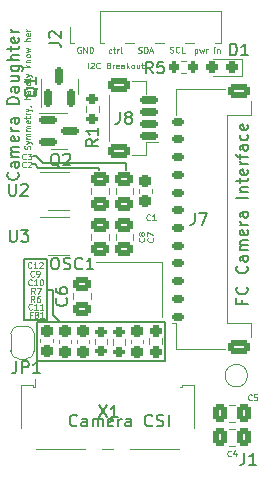
<source format=gbr>
%TF.GenerationSoftware,KiCad,Pcbnew,8.0.2-1*%
%TF.CreationDate,2024-09-19T23:42:55+01:00*%
%TF.ProjectId,camera_v2a,63616d65-7261-45f7-9632-612e6b696361,rev?*%
%TF.SameCoordinates,Original*%
%TF.FileFunction,Legend,Top*%
%TF.FilePolarity,Positive*%
%FSLAX46Y46*%
G04 Gerber Fmt 4.6, Leading zero omitted, Abs format (unit mm)*
G04 Created by KiCad (PCBNEW 8.0.2-1) date 2024-09-19 23:42:55*
%MOMM*%
%LPD*%
G01*
G04 APERTURE LIST*
G04 Aperture macros list*
%AMRoundRect*
0 Rectangle with rounded corners*
0 $1 Rounding radius*
0 $2 $3 $4 $5 $6 $7 $8 $9 X,Y pos of 4 corners*
0 Add a 4 corners polygon primitive as box body*
4,1,4,$2,$3,$4,$5,$6,$7,$8,$9,$2,$3,0*
0 Add four circle primitives for the rounded corners*
1,1,$1+$1,$2,$3*
1,1,$1+$1,$4,$5*
1,1,$1+$1,$6,$7*
1,1,$1+$1,$8,$9*
0 Add four rect primitives between the rounded corners*
20,1,$1+$1,$2,$3,$4,$5,0*
20,1,$1+$1,$4,$5,$6,$7,0*
20,1,$1+$1,$6,$7,$8,$9,0*
20,1,$1+$1,$8,$9,$2,$3,0*%
%AMFreePoly0*
4,1,19,0.500000,-0.750000,0.000000,-0.750000,0.000000,-0.744911,-0.071157,-0.744911,-0.207708,-0.704816,-0.327430,-0.627875,-0.420627,-0.520320,-0.479746,-0.390866,-0.500000,-0.250000,-0.500000,0.250000,-0.479746,0.390866,-0.420627,0.520320,-0.327430,0.627875,-0.207708,0.704816,-0.071157,0.744911,0.000000,0.744911,0.000000,0.750000,0.500000,0.750000,0.500000,-0.750000,0.500000,-0.750000,
$1*%
%AMFreePoly1*
4,1,19,0.000000,0.744911,0.071157,0.744911,0.207708,0.704816,0.327430,0.627875,0.420627,0.520320,0.479746,0.390866,0.500000,0.250000,0.500000,-0.250000,0.479746,-0.390866,0.420627,-0.520320,0.327430,-0.627875,0.207708,-0.704816,0.071157,-0.744911,0.000000,-0.744911,0.000000,-0.750000,-0.500000,-0.750000,-0.500000,0.750000,0.000000,0.750000,0.000000,0.744911,0.000000,0.744911,
$1*%
G04 Aperture macros list end*
%ADD10C,0.150000*%
%ADD11C,0.125000*%
%ADD12C,0.120000*%
%ADD13RoundRect,0.250000X-0.475000X0.337500X-0.475000X-0.337500X0.475000X-0.337500X0.475000X0.337500X0*%
%ADD14R,2.100000X1.800000*%
%ADD15FreePoly0,90.000000*%
%ADD16FreePoly1,90.000000*%
%ADD17RoundRect,0.237500X-0.237500X0.300000X-0.237500X-0.300000X0.237500X-0.300000X0.237500X0.300000X0*%
%ADD18RoundRect,0.250000X0.475000X-0.337500X0.475000X0.337500X-0.475000X0.337500X-0.475000X-0.337500X0*%
%ADD19RoundRect,0.237500X0.237500X-0.300000X0.237500X0.300000X-0.237500X0.300000X-0.237500X-0.300000X0*%
%ADD20RoundRect,0.250000X-0.337500X-0.475000X0.337500X-0.475000X0.337500X0.475000X-0.337500X0.475000X0*%
%ADD21RoundRect,0.150000X0.350000X-0.150000X0.350000X0.150000X-0.350000X0.150000X-0.350000X-0.150000X0*%
%ADD22RoundRect,0.250000X0.650000X-0.375000X0.650000X0.375000X-0.650000X0.375000X-0.650000X-0.375000X0*%
%ADD23RoundRect,0.200000X0.275000X-0.200000X0.275000X0.200000X-0.275000X0.200000X-0.275000X-0.200000X0*%
%ADD24R,1.560000X0.650000*%
%ADD25RoundRect,0.237500X-0.237500X0.250000X-0.237500X-0.250000X0.237500X-0.250000X0.237500X0.250000X0*%
%ADD26C,1.500000*%
%ADD27RoundRect,0.200000X-0.275000X0.200000X-0.275000X-0.200000X0.275000X-0.200000X0.275000X0.200000X0*%
%ADD28R,1.700000X1.700000*%
%ADD29O,1.700000X1.700000*%
%ADD30RoundRect,0.237500X0.287500X0.237500X-0.287500X0.237500X-0.287500X-0.237500X0.287500X-0.237500X0*%
%ADD31R,0.300000X0.800000*%
%ADD32R,1.220000X1.400000*%
%ADD33R,0.850000X1.400000*%
%ADD34RoundRect,0.150000X0.150000X-0.587500X0.150000X0.587500X-0.150000X0.587500X-0.150000X-0.587500X0*%
%ADD35RoundRect,0.150000X-0.587500X-0.150000X0.587500X-0.150000X0.587500X0.150000X-0.587500X0.150000X0*%
%ADD36RoundRect,0.150000X0.625000X-0.150000X0.625000X0.150000X-0.625000X0.150000X-0.625000X-0.150000X0*%
%ADD37RoundRect,0.250000X0.650000X-0.350000X0.650000X0.350000X-0.650000X0.350000X-0.650000X-0.350000X0*%
%ADD38RoundRect,0.200000X-0.200000X-0.275000X0.200000X-0.275000X0.200000X0.275000X-0.200000X0.275000X0*%
G04 APERTURE END LIST*
D10*
X148530000Y-125320000D02*
X150450000Y-125320000D01*
X150450000Y-130440000D01*
X148530000Y-130440000D01*
X148530000Y-125320000D01*
X157100000Y-117200000D02*
X157100000Y-117760000D01*
X149590000Y-130590000D02*
X160460000Y-130590000D01*
X160460000Y-133940000D01*
X149590000Y-133940000D01*
X149590000Y-130590000D01*
X154860000Y-117570000D02*
X154860000Y-117760000D01*
X150090000Y-117200000D02*
X157100000Y-117200000D01*
X149260000Y-116590000D02*
X149480000Y-116590000D01*
X150450000Y-127880000D02*
X150960000Y-127880000D01*
X150960000Y-130020000D02*
X151530000Y-130590000D01*
X149480000Y-116590000D02*
X150090000Y-117200000D01*
X149220000Y-117280000D02*
X149430000Y-117280000D01*
X149430000Y-117280000D02*
X149720000Y-117570000D01*
X149720000Y-117570000D02*
X154860000Y-117570000D01*
X150960000Y-127880000D02*
X150960000Y-130020000D01*
D11*
X162951283Y-107498976D02*
X162951283Y-107998976D01*
X162951283Y-107522785D02*
X162998902Y-107498976D01*
X162998902Y-107498976D02*
X163094140Y-107498976D01*
X163094140Y-107498976D02*
X163141759Y-107522785D01*
X163141759Y-107522785D02*
X163165569Y-107546595D01*
X163165569Y-107546595D02*
X163189378Y-107594214D01*
X163189378Y-107594214D02*
X163189378Y-107737071D01*
X163189378Y-107737071D02*
X163165569Y-107784690D01*
X163165569Y-107784690D02*
X163141759Y-107808500D01*
X163141759Y-107808500D02*
X163094140Y-107832309D01*
X163094140Y-107832309D02*
X162998902Y-107832309D01*
X162998902Y-107832309D02*
X162951283Y-107808500D01*
X163356045Y-107498976D02*
X163451283Y-107832309D01*
X163451283Y-107832309D02*
X163546521Y-107594214D01*
X163546521Y-107594214D02*
X163641759Y-107832309D01*
X163641759Y-107832309D02*
X163736997Y-107498976D01*
X163927474Y-107832309D02*
X163927474Y-107498976D01*
X163927474Y-107594214D02*
X163951284Y-107546595D01*
X163951284Y-107546595D02*
X163975093Y-107522785D01*
X163975093Y-107522785D02*
X164022712Y-107498976D01*
X164022712Y-107498976D02*
X164070331Y-107498976D01*
X164617950Y-107832309D02*
X164617950Y-107498976D01*
X164617950Y-107332309D02*
X164594141Y-107356119D01*
X164594141Y-107356119D02*
X164617950Y-107379928D01*
X164617950Y-107379928D02*
X164641760Y-107356119D01*
X164641760Y-107356119D02*
X164617950Y-107332309D01*
X164617950Y-107332309D02*
X164617950Y-107379928D01*
X164856045Y-107498976D02*
X164856045Y-107832309D01*
X164856045Y-107546595D02*
X164879855Y-107522785D01*
X164879855Y-107522785D02*
X164927474Y-107498976D01*
X164927474Y-107498976D02*
X164998902Y-107498976D01*
X164998902Y-107498976D02*
X165046521Y-107522785D01*
X165046521Y-107522785D02*
X165070331Y-107570404D01*
X165070331Y-107570404D02*
X165070331Y-107832309D01*
X149008500Y-115972525D02*
X149032309Y-115901097D01*
X149032309Y-115901097D02*
X149032309Y-115782049D01*
X149032309Y-115782049D02*
X149008500Y-115734430D01*
X149008500Y-115734430D02*
X148984690Y-115710621D01*
X148984690Y-115710621D02*
X148937071Y-115686811D01*
X148937071Y-115686811D02*
X148889452Y-115686811D01*
X148889452Y-115686811D02*
X148841833Y-115710621D01*
X148841833Y-115710621D02*
X148818023Y-115734430D01*
X148818023Y-115734430D02*
X148794214Y-115782049D01*
X148794214Y-115782049D02*
X148770404Y-115877287D01*
X148770404Y-115877287D02*
X148746595Y-115924906D01*
X148746595Y-115924906D02*
X148722785Y-115948716D01*
X148722785Y-115948716D02*
X148675166Y-115972525D01*
X148675166Y-115972525D02*
X148627547Y-115972525D01*
X148627547Y-115972525D02*
X148579928Y-115948716D01*
X148579928Y-115948716D02*
X148556119Y-115924906D01*
X148556119Y-115924906D02*
X148532309Y-115877287D01*
X148532309Y-115877287D02*
X148532309Y-115758240D01*
X148532309Y-115758240D02*
X148556119Y-115686811D01*
X148698976Y-115520145D02*
X149032309Y-115401097D01*
X148698976Y-115282050D02*
X149032309Y-115401097D01*
X149032309Y-115401097D02*
X149151357Y-115448716D01*
X149151357Y-115448716D02*
X149175166Y-115472526D01*
X149175166Y-115472526D02*
X149198976Y-115520145D01*
X149032309Y-115091574D02*
X148698976Y-115091574D01*
X148746595Y-115091574D02*
X148722785Y-115067764D01*
X148722785Y-115067764D02*
X148698976Y-115020145D01*
X148698976Y-115020145D02*
X148698976Y-114948717D01*
X148698976Y-114948717D02*
X148722785Y-114901098D01*
X148722785Y-114901098D02*
X148770404Y-114877288D01*
X148770404Y-114877288D02*
X149032309Y-114877288D01*
X148770404Y-114877288D02*
X148722785Y-114853479D01*
X148722785Y-114853479D02*
X148698976Y-114805860D01*
X148698976Y-114805860D02*
X148698976Y-114734431D01*
X148698976Y-114734431D02*
X148722785Y-114686812D01*
X148722785Y-114686812D02*
X148770404Y-114663002D01*
X148770404Y-114663002D02*
X149032309Y-114663002D01*
X149032309Y-114424907D02*
X148698976Y-114424907D01*
X148746595Y-114424907D02*
X148722785Y-114401097D01*
X148722785Y-114401097D02*
X148698976Y-114353478D01*
X148698976Y-114353478D02*
X148698976Y-114282050D01*
X148698976Y-114282050D02*
X148722785Y-114234431D01*
X148722785Y-114234431D02*
X148770404Y-114210621D01*
X148770404Y-114210621D02*
X149032309Y-114210621D01*
X148770404Y-114210621D02*
X148722785Y-114186812D01*
X148722785Y-114186812D02*
X148698976Y-114139193D01*
X148698976Y-114139193D02*
X148698976Y-114067764D01*
X148698976Y-114067764D02*
X148722785Y-114020145D01*
X148722785Y-114020145D02*
X148770404Y-113996335D01*
X148770404Y-113996335D02*
X149032309Y-113996335D01*
X149008500Y-113567764D02*
X149032309Y-113615383D01*
X149032309Y-113615383D02*
X149032309Y-113710621D01*
X149032309Y-113710621D02*
X149008500Y-113758240D01*
X149008500Y-113758240D02*
X148960880Y-113782049D01*
X148960880Y-113782049D02*
X148770404Y-113782049D01*
X148770404Y-113782049D02*
X148722785Y-113758240D01*
X148722785Y-113758240D02*
X148698976Y-113710621D01*
X148698976Y-113710621D02*
X148698976Y-113615383D01*
X148698976Y-113615383D02*
X148722785Y-113567764D01*
X148722785Y-113567764D02*
X148770404Y-113543954D01*
X148770404Y-113543954D02*
X148818023Y-113543954D01*
X148818023Y-113543954D02*
X148865642Y-113782049D01*
X148698976Y-113401097D02*
X148698976Y-113210621D01*
X148532309Y-113329669D02*
X148960880Y-113329669D01*
X148960880Y-113329669D02*
X149008500Y-113305859D01*
X149008500Y-113305859D02*
X149032309Y-113258240D01*
X149032309Y-113258240D02*
X149032309Y-113210621D01*
X149032309Y-113043955D02*
X148698976Y-113043955D01*
X148794214Y-113043955D02*
X148746595Y-113020145D01*
X148746595Y-113020145D02*
X148722785Y-112996336D01*
X148722785Y-112996336D02*
X148698976Y-112948717D01*
X148698976Y-112948717D02*
X148698976Y-112901098D01*
X148698976Y-112782050D02*
X149032309Y-112663002D01*
X148698976Y-112543955D02*
X149032309Y-112663002D01*
X149032309Y-112663002D02*
X149151357Y-112710621D01*
X149151357Y-112710621D02*
X149175166Y-112734431D01*
X149175166Y-112734431D02*
X149198976Y-112782050D01*
X149008500Y-112329669D02*
X149032309Y-112329669D01*
X149032309Y-112329669D02*
X149079928Y-112353479D01*
X149079928Y-112353479D02*
X149103738Y-112377288D01*
X149032309Y-111734432D02*
X148532309Y-111734432D01*
X149032309Y-111520146D02*
X148770404Y-111520146D01*
X148770404Y-111520146D02*
X148722785Y-111543956D01*
X148722785Y-111543956D02*
X148698976Y-111591575D01*
X148698976Y-111591575D02*
X148698976Y-111663003D01*
X148698976Y-111663003D02*
X148722785Y-111710622D01*
X148722785Y-111710622D02*
X148746595Y-111734432D01*
X149032309Y-111067765D02*
X148770404Y-111067765D01*
X148770404Y-111067765D02*
X148722785Y-111091575D01*
X148722785Y-111091575D02*
X148698976Y-111139194D01*
X148698976Y-111139194D02*
X148698976Y-111234432D01*
X148698976Y-111234432D02*
X148722785Y-111282051D01*
X149008500Y-111067765D02*
X149032309Y-111115384D01*
X149032309Y-111115384D02*
X149032309Y-111234432D01*
X149032309Y-111234432D02*
X149008500Y-111282051D01*
X149008500Y-111282051D02*
X148960880Y-111305860D01*
X148960880Y-111305860D02*
X148913261Y-111305860D01*
X148913261Y-111305860D02*
X148865642Y-111282051D01*
X148865642Y-111282051D02*
X148841833Y-111234432D01*
X148841833Y-111234432D02*
X148841833Y-111115384D01*
X148841833Y-111115384D02*
X148818023Y-111067765D01*
X149032309Y-110829670D02*
X148698976Y-110829670D01*
X148794214Y-110829670D02*
X148746595Y-110805860D01*
X148746595Y-110805860D02*
X148722785Y-110782051D01*
X148722785Y-110782051D02*
X148698976Y-110734432D01*
X148698976Y-110734432D02*
X148698976Y-110686813D01*
X149032309Y-110305860D02*
X148532309Y-110305860D01*
X149008500Y-110305860D02*
X149032309Y-110353479D01*
X149032309Y-110353479D02*
X149032309Y-110448717D01*
X149032309Y-110448717D02*
X149008500Y-110496336D01*
X149008500Y-110496336D02*
X148984690Y-110520146D01*
X148984690Y-110520146D02*
X148937071Y-110543955D01*
X148937071Y-110543955D02*
X148794214Y-110543955D01*
X148794214Y-110543955D02*
X148746595Y-110520146D01*
X148746595Y-110520146D02*
X148722785Y-110496336D01*
X148722785Y-110496336D02*
X148698976Y-110448717D01*
X148698976Y-110448717D02*
X148698976Y-110353479D01*
X148698976Y-110353479D02*
X148722785Y-110305860D01*
X149032309Y-109996336D02*
X149008500Y-110043955D01*
X149008500Y-110043955D02*
X148960880Y-110067765D01*
X148960880Y-110067765D02*
X148532309Y-110067765D01*
X148698976Y-109853479D02*
X149032309Y-109734431D01*
X148698976Y-109615384D02*
X149032309Y-109734431D01*
X149032309Y-109734431D02*
X149151357Y-109782050D01*
X149151357Y-109782050D02*
X149175166Y-109805860D01*
X149175166Y-109805860D02*
X149198976Y-109853479D01*
X149032309Y-109043956D02*
X148532309Y-109043956D01*
X148841833Y-108996337D02*
X149032309Y-108853480D01*
X148698976Y-108853480D02*
X148889452Y-109043956D01*
X148698976Y-108639194D02*
X149032309Y-108639194D01*
X148746595Y-108639194D02*
X148722785Y-108615384D01*
X148722785Y-108615384D02*
X148698976Y-108567765D01*
X148698976Y-108567765D02*
X148698976Y-108496337D01*
X148698976Y-108496337D02*
X148722785Y-108448718D01*
X148722785Y-108448718D02*
X148770404Y-108424908D01*
X148770404Y-108424908D02*
X149032309Y-108424908D01*
X149032309Y-108115384D02*
X149008500Y-108163003D01*
X149008500Y-108163003D02*
X148984690Y-108186813D01*
X148984690Y-108186813D02*
X148937071Y-108210622D01*
X148937071Y-108210622D02*
X148794214Y-108210622D01*
X148794214Y-108210622D02*
X148746595Y-108186813D01*
X148746595Y-108186813D02*
X148722785Y-108163003D01*
X148722785Y-108163003D02*
X148698976Y-108115384D01*
X148698976Y-108115384D02*
X148698976Y-108043956D01*
X148698976Y-108043956D02*
X148722785Y-107996337D01*
X148722785Y-107996337D02*
X148746595Y-107972527D01*
X148746595Y-107972527D02*
X148794214Y-107948718D01*
X148794214Y-107948718D02*
X148937071Y-107948718D01*
X148937071Y-107948718D02*
X148984690Y-107972527D01*
X148984690Y-107972527D02*
X149008500Y-107996337D01*
X149008500Y-107996337D02*
X149032309Y-108043956D01*
X149032309Y-108043956D02*
X149032309Y-108115384D01*
X148698976Y-107782051D02*
X149032309Y-107686813D01*
X149032309Y-107686813D02*
X148794214Y-107591575D01*
X148794214Y-107591575D02*
X149032309Y-107496337D01*
X149032309Y-107496337D02*
X148698976Y-107401099D01*
X149032309Y-106829670D02*
X148532309Y-106829670D01*
X149032309Y-106615384D02*
X148770404Y-106615384D01*
X148770404Y-106615384D02*
X148722785Y-106639194D01*
X148722785Y-106639194D02*
X148698976Y-106686813D01*
X148698976Y-106686813D02*
X148698976Y-106758241D01*
X148698976Y-106758241D02*
X148722785Y-106805860D01*
X148722785Y-106805860D02*
X148746595Y-106829670D01*
X149008500Y-106186813D02*
X149032309Y-106234432D01*
X149032309Y-106234432D02*
X149032309Y-106329670D01*
X149032309Y-106329670D02*
X149008500Y-106377289D01*
X149008500Y-106377289D02*
X148960880Y-106401098D01*
X148960880Y-106401098D02*
X148770404Y-106401098D01*
X148770404Y-106401098D02*
X148722785Y-106377289D01*
X148722785Y-106377289D02*
X148698976Y-106329670D01*
X148698976Y-106329670D02*
X148698976Y-106234432D01*
X148698976Y-106234432D02*
X148722785Y-106186813D01*
X148722785Y-106186813D02*
X148770404Y-106163003D01*
X148770404Y-106163003D02*
X148818023Y-106163003D01*
X148818023Y-106163003D02*
X148865642Y-106401098D01*
X149032309Y-105948718D02*
X148698976Y-105948718D01*
X148794214Y-105948718D02*
X148746595Y-105924908D01*
X148746595Y-105924908D02*
X148722785Y-105901099D01*
X148722785Y-105901099D02*
X148698976Y-105853480D01*
X148698976Y-105853480D02*
X148698976Y-105805861D01*
D10*
X166936009Y-128749887D02*
X166936009Y-129083220D01*
X167459819Y-129083220D02*
X166459819Y-129083220D01*
X166459819Y-129083220D02*
X166459819Y-128607030D01*
X167364580Y-127654649D02*
X167412200Y-127702268D01*
X167412200Y-127702268D02*
X167459819Y-127845125D01*
X167459819Y-127845125D02*
X167459819Y-127940363D01*
X167459819Y-127940363D02*
X167412200Y-128083220D01*
X167412200Y-128083220D02*
X167316961Y-128178458D01*
X167316961Y-128178458D02*
X167221723Y-128226077D01*
X167221723Y-128226077D02*
X167031247Y-128273696D01*
X167031247Y-128273696D02*
X166888390Y-128273696D01*
X166888390Y-128273696D02*
X166697914Y-128226077D01*
X166697914Y-128226077D02*
X166602676Y-128178458D01*
X166602676Y-128178458D02*
X166507438Y-128083220D01*
X166507438Y-128083220D02*
X166459819Y-127940363D01*
X166459819Y-127940363D02*
X166459819Y-127845125D01*
X166459819Y-127845125D02*
X166507438Y-127702268D01*
X166507438Y-127702268D02*
X166555057Y-127654649D01*
X167364580Y-125892744D02*
X167412200Y-125940363D01*
X167412200Y-125940363D02*
X167459819Y-126083220D01*
X167459819Y-126083220D02*
X167459819Y-126178458D01*
X167459819Y-126178458D02*
X167412200Y-126321315D01*
X167412200Y-126321315D02*
X167316961Y-126416553D01*
X167316961Y-126416553D02*
X167221723Y-126464172D01*
X167221723Y-126464172D02*
X167031247Y-126511791D01*
X167031247Y-126511791D02*
X166888390Y-126511791D01*
X166888390Y-126511791D02*
X166697914Y-126464172D01*
X166697914Y-126464172D02*
X166602676Y-126416553D01*
X166602676Y-126416553D02*
X166507438Y-126321315D01*
X166507438Y-126321315D02*
X166459819Y-126178458D01*
X166459819Y-126178458D02*
X166459819Y-126083220D01*
X166459819Y-126083220D02*
X166507438Y-125940363D01*
X166507438Y-125940363D02*
X166555057Y-125892744D01*
X167459819Y-125035601D02*
X166936009Y-125035601D01*
X166936009Y-125035601D02*
X166840771Y-125083220D01*
X166840771Y-125083220D02*
X166793152Y-125178458D01*
X166793152Y-125178458D02*
X166793152Y-125368934D01*
X166793152Y-125368934D02*
X166840771Y-125464172D01*
X167412200Y-125035601D02*
X167459819Y-125130839D01*
X167459819Y-125130839D02*
X167459819Y-125368934D01*
X167459819Y-125368934D02*
X167412200Y-125464172D01*
X167412200Y-125464172D02*
X167316961Y-125511791D01*
X167316961Y-125511791D02*
X167221723Y-125511791D01*
X167221723Y-125511791D02*
X167126485Y-125464172D01*
X167126485Y-125464172D02*
X167078866Y-125368934D01*
X167078866Y-125368934D02*
X167078866Y-125130839D01*
X167078866Y-125130839D02*
X167031247Y-125035601D01*
X167459819Y-124559410D02*
X166793152Y-124559410D01*
X166888390Y-124559410D02*
X166840771Y-124511791D01*
X166840771Y-124511791D02*
X166793152Y-124416553D01*
X166793152Y-124416553D02*
X166793152Y-124273696D01*
X166793152Y-124273696D02*
X166840771Y-124178458D01*
X166840771Y-124178458D02*
X166936009Y-124130839D01*
X166936009Y-124130839D02*
X167459819Y-124130839D01*
X166936009Y-124130839D02*
X166840771Y-124083220D01*
X166840771Y-124083220D02*
X166793152Y-123987982D01*
X166793152Y-123987982D02*
X166793152Y-123845125D01*
X166793152Y-123845125D02*
X166840771Y-123749886D01*
X166840771Y-123749886D02*
X166936009Y-123702267D01*
X166936009Y-123702267D02*
X167459819Y-123702267D01*
X167412200Y-122845125D02*
X167459819Y-122940363D01*
X167459819Y-122940363D02*
X167459819Y-123130839D01*
X167459819Y-123130839D02*
X167412200Y-123226077D01*
X167412200Y-123226077D02*
X167316961Y-123273696D01*
X167316961Y-123273696D02*
X166936009Y-123273696D01*
X166936009Y-123273696D02*
X166840771Y-123226077D01*
X166840771Y-123226077D02*
X166793152Y-123130839D01*
X166793152Y-123130839D02*
X166793152Y-122940363D01*
X166793152Y-122940363D02*
X166840771Y-122845125D01*
X166840771Y-122845125D02*
X166936009Y-122797506D01*
X166936009Y-122797506D02*
X167031247Y-122797506D01*
X167031247Y-122797506D02*
X167126485Y-123273696D01*
X167459819Y-122368934D02*
X166793152Y-122368934D01*
X166983628Y-122368934D02*
X166888390Y-122321315D01*
X166888390Y-122321315D02*
X166840771Y-122273696D01*
X166840771Y-122273696D02*
X166793152Y-122178458D01*
X166793152Y-122178458D02*
X166793152Y-122083220D01*
X167459819Y-121321315D02*
X166936009Y-121321315D01*
X166936009Y-121321315D02*
X166840771Y-121368934D01*
X166840771Y-121368934D02*
X166793152Y-121464172D01*
X166793152Y-121464172D02*
X166793152Y-121654648D01*
X166793152Y-121654648D02*
X166840771Y-121749886D01*
X167412200Y-121321315D02*
X167459819Y-121416553D01*
X167459819Y-121416553D02*
X167459819Y-121654648D01*
X167459819Y-121654648D02*
X167412200Y-121749886D01*
X167412200Y-121749886D02*
X167316961Y-121797505D01*
X167316961Y-121797505D02*
X167221723Y-121797505D01*
X167221723Y-121797505D02*
X167126485Y-121749886D01*
X167126485Y-121749886D02*
X167078866Y-121654648D01*
X167078866Y-121654648D02*
X167078866Y-121416553D01*
X167078866Y-121416553D02*
X167031247Y-121321315D01*
X167459819Y-120083219D02*
X166459819Y-120083219D01*
X166793152Y-119607029D02*
X167459819Y-119607029D01*
X166888390Y-119607029D02*
X166840771Y-119559410D01*
X166840771Y-119559410D02*
X166793152Y-119464172D01*
X166793152Y-119464172D02*
X166793152Y-119321315D01*
X166793152Y-119321315D02*
X166840771Y-119226077D01*
X166840771Y-119226077D02*
X166936009Y-119178458D01*
X166936009Y-119178458D02*
X167459819Y-119178458D01*
X166793152Y-118845124D02*
X166793152Y-118464172D01*
X166459819Y-118702267D02*
X167316961Y-118702267D01*
X167316961Y-118702267D02*
X167412200Y-118654648D01*
X167412200Y-118654648D02*
X167459819Y-118559410D01*
X167459819Y-118559410D02*
X167459819Y-118464172D01*
X167412200Y-117749886D02*
X167459819Y-117845124D01*
X167459819Y-117845124D02*
X167459819Y-118035600D01*
X167459819Y-118035600D02*
X167412200Y-118130838D01*
X167412200Y-118130838D02*
X167316961Y-118178457D01*
X167316961Y-118178457D02*
X166936009Y-118178457D01*
X166936009Y-118178457D02*
X166840771Y-118130838D01*
X166840771Y-118130838D02*
X166793152Y-118035600D01*
X166793152Y-118035600D02*
X166793152Y-117845124D01*
X166793152Y-117845124D02*
X166840771Y-117749886D01*
X166840771Y-117749886D02*
X166936009Y-117702267D01*
X166936009Y-117702267D02*
X167031247Y-117702267D01*
X167031247Y-117702267D02*
X167126485Y-118178457D01*
X167459819Y-117273695D02*
X166793152Y-117273695D01*
X166983628Y-117273695D02*
X166888390Y-117226076D01*
X166888390Y-117226076D02*
X166840771Y-117178457D01*
X166840771Y-117178457D02*
X166793152Y-117083219D01*
X166793152Y-117083219D02*
X166793152Y-116987981D01*
X166793152Y-116797504D02*
X166793152Y-116416552D01*
X167459819Y-116654647D02*
X166602676Y-116654647D01*
X166602676Y-116654647D02*
X166507438Y-116607028D01*
X166507438Y-116607028D02*
X166459819Y-116511790D01*
X166459819Y-116511790D02*
X166459819Y-116416552D01*
X167459819Y-115654647D02*
X166936009Y-115654647D01*
X166936009Y-115654647D02*
X166840771Y-115702266D01*
X166840771Y-115702266D02*
X166793152Y-115797504D01*
X166793152Y-115797504D02*
X166793152Y-115987980D01*
X166793152Y-115987980D02*
X166840771Y-116083218D01*
X167412200Y-115654647D02*
X167459819Y-115749885D01*
X167459819Y-115749885D02*
X167459819Y-115987980D01*
X167459819Y-115987980D02*
X167412200Y-116083218D01*
X167412200Y-116083218D02*
X167316961Y-116130837D01*
X167316961Y-116130837D02*
X167221723Y-116130837D01*
X167221723Y-116130837D02*
X167126485Y-116083218D01*
X167126485Y-116083218D02*
X167078866Y-115987980D01*
X167078866Y-115987980D02*
X167078866Y-115749885D01*
X167078866Y-115749885D02*
X167031247Y-115654647D01*
X167412200Y-114749885D02*
X167459819Y-114845123D01*
X167459819Y-114845123D02*
X167459819Y-115035599D01*
X167459819Y-115035599D02*
X167412200Y-115130837D01*
X167412200Y-115130837D02*
X167364580Y-115178456D01*
X167364580Y-115178456D02*
X167269342Y-115226075D01*
X167269342Y-115226075D02*
X166983628Y-115226075D01*
X166983628Y-115226075D02*
X166888390Y-115178456D01*
X166888390Y-115178456D02*
X166840771Y-115130837D01*
X166840771Y-115130837D02*
X166793152Y-115035599D01*
X166793152Y-115035599D02*
X166793152Y-114845123D01*
X166793152Y-114845123D02*
X166840771Y-114749885D01*
X167412200Y-113940361D02*
X167459819Y-114035599D01*
X167459819Y-114035599D02*
X167459819Y-114226075D01*
X167459819Y-114226075D02*
X167412200Y-114321313D01*
X167412200Y-114321313D02*
X167316961Y-114368932D01*
X167316961Y-114368932D02*
X166936009Y-114368932D01*
X166936009Y-114368932D02*
X166840771Y-114321313D01*
X166840771Y-114321313D02*
X166793152Y-114226075D01*
X166793152Y-114226075D02*
X166793152Y-114035599D01*
X166793152Y-114035599D02*
X166840771Y-113940361D01*
X166840771Y-113940361D02*
X166936009Y-113892742D01*
X166936009Y-113892742D02*
X167031247Y-113892742D01*
X167031247Y-113892742D02*
X167126485Y-114368932D01*
D11*
X160857474Y-107778500D02*
X160928902Y-107802309D01*
X160928902Y-107802309D02*
X161047950Y-107802309D01*
X161047950Y-107802309D02*
X161095569Y-107778500D01*
X161095569Y-107778500D02*
X161119378Y-107754690D01*
X161119378Y-107754690D02*
X161143188Y-107707071D01*
X161143188Y-107707071D02*
X161143188Y-107659452D01*
X161143188Y-107659452D02*
X161119378Y-107611833D01*
X161119378Y-107611833D02*
X161095569Y-107588023D01*
X161095569Y-107588023D02*
X161047950Y-107564214D01*
X161047950Y-107564214D02*
X160952712Y-107540404D01*
X160952712Y-107540404D02*
X160905093Y-107516595D01*
X160905093Y-107516595D02*
X160881283Y-107492785D01*
X160881283Y-107492785D02*
X160857474Y-107445166D01*
X160857474Y-107445166D02*
X160857474Y-107397547D01*
X160857474Y-107397547D02*
X160881283Y-107349928D01*
X160881283Y-107349928D02*
X160905093Y-107326119D01*
X160905093Y-107326119D02*
X160952712Y-107302309D01*
X160952712Y-107302309D02*
X161071759Y-107302309D01*
X161071759Y-107302309D02*
X161143188Y-107326119D01*
X161643187Y-107754690D02*
X161619378Y-107778500D01*
X161619378Y-107778500D02*
X161547949Y-107802309D01*
X161547949Y-107802309D02*
X161500330Y-107802309D01*
X161500330Y-107802309D02*
X161428902Y-107778500D01*
X161428902Y-107778500D02*
X161381283Y-107730880D01*
X161381283Y-107730880D02*
X161357473Y-107683261D01*
X161357473Y-107683261D02*
X161333664Y-107588023D01*
X161333664Y-107588023D02*
X161333664Y-107516595D01*
X161333664Y-107516595D02*
X161357473Y-107421357D01*
X161357473Y-107421357D02*
X161381283Y-107373738D01*
X161381283Y-107373738D02*
X161428902Y-107326119D01*
X161428902Y-107326119D02*
X161500330Y-107302309D01*
X161500330Y-107302309D02*
X161547949Y-107302309D01*
X161547949Y-107302309D02*
X161619378Y-107326119D01*
X161619378Y-107326119D02*
X161643187Y-107349928D01*
X162095568Y-107802309D02*
X161857473Y-107802309D01*
X161857473Y-107802309D02*
X161857473Y-107302309D01*
X153921283Y-109152309D02*
X153921283Y-108652309D01*
X154135569Y-108699928D02*
X154159378Y-108676119D01*
X154159378Y-108676119D02*
X154206997Y-108652309D01*
X154206997Y-108652309D02*
X154326045Y-108652309D01*
X154326045Y-108652309D02*
X154373664Y-108676119D01*
X154373664Y-108676119D02*
X154397473Y-108699928D01*
X154397473Y-108699928D02*
X154421283Y-108747547D01*
X154421283Y-108747547D02*
X154421283Y-108795166D01*
X154421283Y-108795166D02*
X154397473Y-108866595D01*
X154397473Y-108866595D02*
X154111759Y-109152309D01*
X154111759Y-109152309D02*
X154421283Y-109152309D01*
X154921282Y-109104690D02*
X154897473Y-109128500D01*
X154897473Y-109128500D02*
X154826044Y-109152309D01*
X154826044Y-109152309D02*
X154778425Y-109152309D01*
X154778425Y-109152309D02*
X154706997Y-109128500D01*
X154706997Y-109128500D02*
X154659378Y-109080880D01*
X154659378Y-109080880D02*
X154635568Y-109033261D01*
X154635568Y-109033261D02*
X154611759Y-108938023D01*
X154611759Y-108938023D02*
X154611759Y-108866595D01*
X154611759Y-108866595D02*
X154635568Y-108771357D01*
X154635568Y-108771357D02*
X154659378Y-108723738D01*
X154659378Y-108723738D02*
X154706997Y-108676119D01*
X154706997Y-108676119D02*
X154778425Y-108652309D01*
X154778425Y-108652309D02*
X154826044Y-108652309D01*
X154826044Y-108652309D02*
X154897473Y-108676119D01*
X154897473Y-108676119D02*
X154921282Y-108699928D01*
X155683187Y-108890404D02*
X155754615Y-108914214D01*
X155754615Y-108914214D02*
X155778425Y-108938023D01*
X155778425Y-108938023D02*
X155802234Y-108985642D01*
X155802234Y-108985642D02*
X155802234Y-109057071D01*
X155802234Y-109057071D02*
X155778425Y-109104690D01*
X155778425Y-109104690D02*
X155754615Y-109128500D01*
X155754615Y-109128500D02*
X155706996Y-109152309D01*
X155706996Y-109152309D02*
X155516520Y-109152309D01*
X155516520Y-109152309D02*
X155516520Y-108652309D01*
X155516520Y-108652309D02*
X155683187Y-108652309D01*
X155683187Y-108652309D02*
X155730806Y-108676119D01*
X155730806Y-108676119D02*
X155754615Y-108699928D01*
X155754615Y-108699928D02*
X155778425Y-108747547D01*
X155778425Y-108747547D02*
X155778425Y-108795166D01*
X155778425Y-108795166D02*
X155754615Y-108842785D01*
X155754615Y-108842785D02*
X155730806Y-108866595D01*
X155730806Y-108866595D02*
X155683187Y-108890404D01*
X155683187Y-108890404D02*
X155516520Y-108890404D01*
X156016520Y-109152309D02*
X156016520Y-108818976D01*
X156016520Y-108914214D02*
X156040330Y-108866595D01*
X156040330Y-108866595D02*
X156064139Y-108842785D01*
X156064139Y-108842785D02*
X156111758Y-108818976D01*
X156111758Y-108818976D02*
X156159377Y-108818976D01*
X156516520Y-109128500D02*
X156468901Y-109152309D01*
X156468901Y-109152309D02*
X156373663Y-109152309D01*
X156373663Y-109152309D02*
X156326044Y-109128500D01*
X156326044Y-109128500D02*
X156302235Y-109080880D01*
X156302235Y-109080880D02*
X156302235Y-108890404D01*
X156302235Y-108890404D02*
X156326044Y-108842785D01*
X156326044Y-108842785D02*
X156373663Y-108818976D01*
X156373663Y-108818976D02*
X156468901Y-108818976D01*
X156468901Y-108818976D02*
X156516520Y-108842785D01*
X156516520Y-108842785D02*
X156540330Y-108890404D01*
X156540330Y-108890404D02*
X156540330Y-108938023D01*
X156540330Y-108938023D02*
X156302235Y-108985642D01*
X156968901Y-109152309D02*
X156968901Y-108890404D01*
X156968901Y-108890404D02*
X156945091Y-108842785D01*
X156945091Y-108842785D02*
X156897472Y-108818976D01*
X156897472Y-108818976D02*
X156802234Y-108818976D01*
X156802234Y-108818976D02*
X156754615Y-108842785D01*
X156968901Y-109128500D02*
X156921282Y-109152309D01*
X156921282Y-109152309D02*
X156802234Y-109152309D01*
X156802234Y-109152309D02*
X156754615Y-109128500D01*
X156754615Y-109128500D02*
X156730806Y-109080880D01*
X156730806Y-109080880D02*
X156730806Y-109033261D01*
X156730806Y-109033261D02*
X156754615Y-108985642D01*
X156754615Y-108985642D02*
X156802234Y-108961833D01*
X156802234Y-108961833D02*
X156921282Y-108961833D01*
X156921282Y-108961833D02*
X156968901Y-108938023D01*
X157206996Y-109152309D02*
X157206996Y-108652309D01*
X157254615Y-108961833D02*
X157397472Y-109152309D01*
X157397472Y-108818976D02*
X157206996Y-109009452D01*
X157683187Y-109152309D02*
X157635568Y-109128500D01*
X157635568Y-109128500D02*
X157611758Y-109104690D01*
X157611758Y-109104690D02*
X157587949Y-109057071D01*
X157587949Y-109057071D02*
X157587949Y-108914214D01*
X157587949Y-108914214D02*
X157611758Y-108866595D01*
X157611758Y-108866595D02*
X157635568Y-108842785D01*
X157635568Y-108842785D02*
X157683187Y-108818976D01*
X157683187Y-108818976D02*
X157754615Y-108818976D01*
X157754615Y-108818976D02*
X157802234Y-108842785D01*
X157802234Y-108842785D02*
X157826044Y-108866595D01*
X157826044Y-108866595D02*
X157849853Y-108914214D01*
X157849853Y-108914214D02*
X157849853Y-109057071D01*
X157849853Y-109057071D02*
X157826044Y-109104690D01*
X157826044Y-109104690D02*
X157802234Y-109128500D01*
X157802234Y-109128500D02*
X157754615Y-109152309D01*
X157754615Y-109152309D02*
X157683187Y-109152309D01*
X158278425Y-108818976D02*
X158278425Y-109152309D01*
X158064139Y-108818976D02*
X158064139Y-109080880D01*
X158064139Y-109080880D02*
X158087949Y-109128500D01*
X158087949Y-109128500D02*
X158135568Y-109152309D01*
X158135568Y-109152309D02*
X158206996Y-109152309D01*
X158206996Y-109152309D02*
X158254615Y-109128500D01*
X158254615Y-109128500D02*
X158278425Y-109104690D01*
X158445092Y-108818976D02*
X158635568Y-108818976D01*
X158516520Y-108652309D02*
X158516520Y-109080880D01*
X158516520Y-109080880D02*
X158540330Y-109128500D01*
X158540330Y-109128500D02*
X158587949Y-109152309D01*
X158587949Y-109152309D02*
X158635568Y-109152309D01*
D10*
X152978207Y-139364580D02*
X152930588Y-139412200D01*
X152930588Y-139412200D02*
X152787731Y-139459819D01*
X152787731Y-139459819D02*
X152692493Y-139459819D01*
X152692493Y-139459819D02*
X152549636Y-139412200D01*
X152549636Y-139412200D02*
X152454398Y-139316961D01*
X152454398Y-139316961D02*
X152406779Y-139221723D01*
X152406779Y-139221723D02*
X152359160Y-139031247D01*
X152359160Y-139031247D02*
X152359160Y-138888390D01*
X152359160Y-138888390D02*
X152406779Y-138697914D01*
X152406779Y-138697914D02*
X152454398Y-138602676D01*
X152454398Y-138602676D02*
X152549636Y-138507438D01*
X152549636Y-138507438D02*
X152692493Y-138459819D01*
X152692493Y-138459819D02*
X152787731Y-138459819D01*
X152787731Y-138459819D02*
X152930588Y-138507438D01*
X152930588Y-138507438D02*
X152978207Y-138555057D01*
X153835350Y-139459819D02*
X153835350Y-138936009D01*
X153835350Y-138936009D02*
X153787731Y-138840771D01*
X153787731Y-138840771D02*
X153692493Y-138793152D01*
X153692493Y-138793152D02*
X153502017Y-138793152D01*
X153502017Y-138793152D02*
X153406779Y-138840771D01*
X153835350Y-139412200D02*
X153740112Y-139459819D01*
X153740112Y-139459819D02*
X153502017Y-139459819D01*
X153502017Y-139459819D02*
X153406779Y-139412200D01*
X153406779Y-139412200D02*
X153359160Y-139316961D01*
X153359160Y-139316961D02*
X153359160Y-139221723D01*
X153359160Y-139221723D02*
X153406779Y-139126485D01*
X153406779Y-139126485D02*
X153502017Y-139078866D01*
X153502017Y-139078866D02*
X153740112Y-139078866D01*
X153740112Y-139078866D02*
X153835350Y-139031247D01*
X154311541Y-139459819D02*
X154311541Y-138793152D01*
X154311541Y-138888390D02*
X154359160Y-138840771D01*
X154359160Y-138840771D02*
X154454398Y-138793152D01*
X154454398Y-138793152D02*
X154597255Y-138793152D01*
X154597255Y-138793152D02*
X154692493Y-138840771D01*
X154692493Y-138840771D02*
X154740112Y-138936009D01*
X154740112Y-138936009D02*
X154740112Y-139459819D01*
X154740112Y-138936009D02*
X154787731Y-138840771D01*
X154787731Y-138840771D02*
X154882969Y-138793152D01*
X154882969Y-138793152D02*
X155025826Y-138793152D01*
X155025826Y-138793152D02*
X155121065Y-138840771D01*
X155121065Y-138840771D02*
X155168684Y-138936009D01*
X155168684Y-138936009D02*
X155168684Y-139459819D01*
X156025826Y-139412200D02*
X155930588Y-139459819D01*
X155930588Y-139459819D02*
X155740112Y-139459819D01*
X155740112Y-139459819D02*
X155644874Y-139412200D01*
X155644874Y-139412200D02*
X155597255Y-139316961D01*
X155597255Y-139316961D02*
X155597255Y-138936009D01*
X155597255Y-138936009D02*
X155644874Y-138840771D01*
X155644874Y-138840771D02*
X155740112Y-138793152D01*
X155740112Y-138793152D02*
X155930588Y-138793152D01*
X155930588Y-138793152D02*
X156025826Y-138840771D01*
X156025826Y-138840771D02*
X156073445Y-138936009D01*
X156073445Y-138936009D02*
X156073445Y-139031247D01*
X156073445Y-139031247D02*
X155597255Y-139126485D01*
X156502017Y-139459819D02*
X156502017Y-138793152D01*
X156502017Y-138983628D02*
X156549636Y-138888390D01*
X156549636Y-138888390D02*
X156597255Y-138840771D01*
X156597255Y-138840771D02*
X156692493Y-138793152D01*
X156692493Y-138793152D02*
X156787731Y-138793152D01*
X157549636Y-139459819D02*
X157549636Y-138936009D01*
X157549636Y-138936009D02*
X157502017Y-138840771D01*
X157502017Y-138840771D02*
X157406779Y-138793152D01*
X157406779Y-138793152D02*
X157216303Y-138793152D01*
X157216303Y-138793152D02*
X157121065Y-138840771D01*
X157549636Y-139412200D02*
X157454398Y-139459819D01*
X157454398Y-139459819D02*
X157216303Y-139459819D01*
X157216303Y-139459819D02*
X157121065Y-139412200D01*
X157121065Y-139412200D02*
X157073446Y-139316961D01*
X157073446Y-139316961D02*
X157073446Y-139221723D01*
X157073446Y-139221723D02*
X157121065Y-139126485D01*
X157121065Y-139126485D02*
X157216303Y-139078866D01*
X157216303Y-139078866D02*
X157454398Y-139078866D01*
X157454398Y-139078866D02*
X157549636Y-139031247D01*
X159359160Y-139364580D02*
X159311541Y-139412200D01*
X159311541Y-139412200D02*
X159168684Y-139459819D01*
X159168684Y-139459819D02*
X159073446Y-139459819D01*
X159073446Y-139459819D02*
X158930589Y-139412200D01*
X158930589Y-139412200D02*
X158835351Y-139316961D01*
X158835351Y-139316961D02*
X158787732Y-139221723D01*
X158787732Y-139221723D02*
X158740113Y-139031247D01*
X158740113Y-139031247D02*
X158740113Y-138888390D01*
X158740113Y-138888390D02*
X158787732Y-138697914D01*
X158787732Y-138697914D02*
X158835351Y-138602676D01*
X158835351Y-138602676D02*
X158930589Y-138507438D01*
X158930589Y-138507438D02*
X159073446Y-138459819D01*
X159073446Y-138459819D02*
X159168684Y-138459819D01*
X159168684Y-138459819D02*
X159311541Y-138507438D01*
X159311541Y-138507438D02*
X159359160Y-138555057D01*
X159740113Y-139412200D02*
X159882970Y-139459819D01*
X159882970Y-139459819D02*
X160121065Y-139459819D01*
X160121065Y-139459819D02*
X160216303Y-139412200D01*
X160216303Y-139412200D02*
X160263922Y-139364580D01*
X160263922Y-139364580D02*
X160311541Y-139269342D01*
X160311541Y-139269342D02*
X160311541Y-139174104D01*
X160311541Y-139174104D02*
X160263922Y-139078866D01*
X160263922Y-139078866D02*
X160216303Y-139031247D01*
X160216303Y-139031247D02*
X160121065Y-138983628D01*
X160121065Y-138983628D02*
X159930589Y-138936009D01*
X159930589Y-138936009D02*
X159835351Y-138888390D01*
X159835351Y-138888390D02*
X159787732Y-138840771D01*
X159787732Y-138840771D02*
X159740113Y-138745533D01*
X159740113Y-138745533D02*
X159740113Y-138650295D01*
X159740113Y-138650295D02*
X159787732Y-138555057D01*
X159787732Y-138555057D02*
X159835351Y-138507438D01*
X159835351Y-138507438D02*
X159930589Y-138459819D01*
X159930589Y-138459819D02*
X160168684Y-138459819D01*
X160168684Y-138459819D02*
X160311541Y-138507438D01*
X160740113Y-139459819D02*
X160740113Y-138459819D01*
D11*
X153293188Y-107356119D02*
X153245569Y-107332309D01*
X153245569Y-107332309D02*
X153174140Y-107332309D01*
X153174140Y-107332309D02*
X153102712Y-107356119D01*
X153102712Y-107356119D02*
X153055093Y-107403738D01*
X153055093Y-107403738D02*
X153031283Y-107451357D01*
X153031283Y-107451357D02*
X153007474Y-107546595D01*
X153007474Y-107546595D02*
X153007474Y-107618023D01*
X153007474Y-107618023D02*
X153031283Y-107713261D01*
X153031283Y-107713261D02*
X153055093Y-107760880D01*
X153055093Y-107760880D02*
X153102712Y-107808500D01*
X153102712Y-107808500D02*
X153174140Y-107832309D01*
X153174140Y-107832309D02*
X153221759Y-107832309D01*
X153221759Y-107832309D02*
X153293188Y-107808500D01*
X153293188Y-107808500D02*
X153316997Y-107784690D01*
X153316997Y-107784690D02*
X153316997Y-107618023D01*
X153316997Y-107618023D02*
X153221759Y-107618023D01*
X153531283Y-107832309D02*
X153531283Y-107332309D01*
X153531283Y-107332309D02*
X153816997Y-107832309D01*
X153816997Y-107832309D02*
X153816997Y-107332309D01*
X154055093Y-107832309D02*
X154055093Y-107332309D01*
X154055093Y-107332309D02*
X154174141Y-107332309D01*
X154174141Y-107332309D02*
X154245569Y-107356119D01*
X154245569Y-107356119D02*
X154293188Y-107403738D01*
X154293188Y-107403738D02*
X154316998Y-107451357D01*
X154316998Y-107451357D02*
X154340807Y-107546595D01*
X154340807Y-107546595D02*
X154340807Y-107618023D01*
X154340807Y-107618023D02*
X154316998Y-107713261D01*
X154316998Y-107713261D02*
X154293188Y-107760880D01*
X154293188Y-107760880D02*
X154245569Y-107808500D01*
X154245569Y-107808500D02*
X154174141Y-107832309D01*
X154174141Y-107832309D02*
X154055093Y-107832309D01*
X158187474Y-107818500D02*
X158258902Y-107842309D01*
X158258902Y-107842309D02*
X158377950Y-107842309D01*
X158377950Y-107842309D02*
X158425569Y-107818500D01*
X158425569Y-107818500D02*
X158449378Y-107794690D01*
X158449378Y-107794690D02*
X158473188Y-107747071D01*
X158473188Y-107747071D02*
X158473188Y-107699452D01*
X158473188Y-107699452D02*
X158449378Y-107651833D01*
X158449378Y-107651833D02*
X158425569Y-107628023D01*
X158425569Y-107628023D02*
X158377950Y-107604214D01*
X158377950Y-107604214D02*
X158282712Y-107580404D01*
X158282712Y-107580404D02*
X158235093Y-107556595D01*
X158235093Y-107556595D02*
X158211283Y-107532785D01*
X158211283Y-107532785D02*
X158187474Y-107485166D01*
X158187474Y-107485166D02*
X158187474Y-107437547D01*
X158187474Y-107437547D02*
X158211283Y-107389928D01*
X158211283Y-107389928D02*
X158235093Y-107366119D01*
X158235093Y-107366119D02*
X158282712Y-107342309D01*
X158282712Y-107342309D02*
X158401759Y-107342309D01*
X158401759Y-107342309D02*
X158473188Y-107366119D01*
X158687473Y-107842309D02*
X158687473Y-107342309D01*
X158687473Y-107342309D02*
X158806521Y-107342309D01*
X158806521Y-107342309D02*
X158877949Y-107366119D01*
X158877949Y-107366119D02*
X158925568Y-107413738D01*
X158925568Y-107413738D02*
X158949378Y-107461357D01*
X158949378Y-107461357D02*
X158973187Y-107556595D01*
X158973187Y-107556595D02*
X158973187Y-107628023D01*
X158973187Y-107628023D02*
X158949378Y-107723261D01*
X158949378Y-107723261D02*
X158925568Y-107770880D01*
X158925568Y-107770880D02*
X158877949Y-107818500D01*
X158877949Y-107818500D02*
X158806521Y-107842309D01*
X158806521Y-107842309D02*
X158687473Y-107842309D01*
X159163664Y-107699452D02*
X159401759Y-107699452D01*
X159116045Y-107842309D02*
X159282711Y-107342309D01*
X159282711Y-107342309D02*
X159449378Y-107842309D01*
X155905569Y-107838500D02*
X155857950Y-107862309D01*
X155857950Y-107862309D02*
X155762712Y-107862309D01*
X155762712Y-107862309D02*
X155715093Y-107838500D01*
X155715093Y-107838500D02*
X155691283Y-107814690D01*
X155691283Y-107814690D02*
X155667474Y-107767071D01*
X155667474Y-107767071D02*
X155667474Y-107624214D01*
X155667474Y-107624214D02*
X155691283Y-107576595D01*
X155691283Y-107576595D02*
X155715093Y-107552785D01*
X155715093Y-107552785D02*
X155762712Y-107528976D01*
X155762712Y-107528976D02*
X155857950Y-107528976D01*
X155857950Y-107528976D02*
X155905569Y-107552785D01*
X156048426Y-107528976D02*
X156238902Y-107528976D01*
X156119854Y-107362309D02*
X156119854Y-107790880D01*
X156119854Y-107790880D02*
X156143664Y-107838500D01*
X156143664Y-107838500D02*
X156191283Y-107862309D01*
X156191283Y-107862309D02*
X156238902Y-107862309D01*
X156405568Y-107862309D02*
X156405568Y-107528976D01*
X156405568Y-107624214D02*
X156429378Y-107576595D01*
X156429378Y-107576595D02*
X156453187Y-107552785D01*
X156453187Y-107552785D02*
X156500806Y-107528976D01*
X156500806Y-107528976D02*
X156548425Y-107528976D01*
X156786521Y-107862309D02*
X156738902Y-107838500D01*
X156738902Y-107838500D02*
X156715092Y-107790880D01*
X156715092Y-107790880D02*
X156715092Y-107362309D01*
D10*
X147984580Y-117951792D02*
X148032200Y-117999411D01*
X148032200Y-117999411D02*
X148079819Y-118142268D01*
X148079819Y-118142268D02*
X148079819Y-118237506D01*
X148079819Y-118237506D02*
X148032200Y-118380363D01*
X148032200Y-118380363D02*
X147936961Y-118475601D01*
X147936961Y-118475601D02*
X147841723Y-118523220D01*
X147841723Y-118523220D02*
X147651247Y-118570839D01*
X147651247Y-118570839D02*
X147508390Y-118570839D01*
X147508390Y-118570839D02*
X147317914Y-118523220D01*
X147317914Y-118523220D02*
X147222676Y-118475601D01*
X147222676Y-118475601D02*
X147127438Y-118380363D01*
X147127438Y-118380363D02*
X147079819Y-118237506D01*
X147079819Y-118237506D02*
X147079819Y-118142268D01*
X147079819Y-118142268D02*
X147127438Y-117999411D01*
X147127438Y-117999411D02*
X147175057Y-117951792D01*
X148079819Y-117094649D02*
X147556009Y-117094649D01*
X147556009Y-117094649D02*
X147460771Y-117142268D01*
X147460771Y-117142268D02*
X147413152Y-117237506D01*
X147413152Y-117237506D02*
X147413152Y-117427982D01*
X147413152Y-117427982D02*
X147460771Y-117523220D01*
X148032200Y-117094649D02*
X148079819Y-117189887D01*
X148079819Y-117189887D02*
X148079819Y-117427982D01*
X148079819Y-117427982D02*
X148032200Y-117523220D01*
X148032200Y-117523220D02*
X147936961Y-117570839D01*
X147936961Y-117570839D02*
X147841723Y-117570839D01*
X147841723Y-117570839D02*
X147746485Y-117523220D01*
X147746485Y-117523220D02*
X147698866Y-117427982D01*
X147698866Y-117427982D02*
X147698866Y-117189887D01*
X147698866Y-117189887D02*
X147651247Y-117094649D01*
X148079819Y-116618458D02*
X147413152Y-116618458D01*
X147508390Y-116618458D02*
X147460771Y-116570839D01*
X147460771Y-116570839D02*
X147413152Y-116475601D01*
X147413152Y-116475601D02*
X147413152Y-116332744D01*
X147413152Y-116332744D02*
X147460771Y-116237506D01*
X147460771Y-116237506D02*
X147556009Y-116189887D01*
X147556009Y-116189887D02*
X148079819Y-116189887D01*
X147556009Y-116189887D02*
X147460771Y-116142268D01*
X147460771Y-116142268D02*
X147413152Y-116047030D01*
X147413152Y-116047030D02*
X147413152Y-115904173D01*
X147413152Y-115904173D02*
X147460771Y-115808934D01*
X147460771Y-115808934D02*
X147556009Y-115761315D01*
X147556009Y-115761315D02*
X148079819Y-115761315D01*
X148032200Y-114904173D02*
X148079819Y-114999411D01*
X148079819Y-114999411D02*
X148079819Y-115189887D01*
X148079819Y-115189887D02*
X148032200Y-115285125D01*
X148032200Y-115285125D02*
X147936961Y-115332744D01*
X147936961Y-115332744D02*
X147556009Y-115332744D01*
X147556009Y-115332744D02*
X147460771Y-115285125D01*
X147460771Y-115285125D02*
X147413152Y-115189887D01*
X147413152Y-115189887D02*
X147413152Y-114999411D01*
X147413152Y-114999411D02*
X147460771Y-114904173D01*
X147460771Y-114904173D02*
X147556009Y-114856554D01*
X147556009Y-114856554D02*
X147651247Y-114856554D01*
X147651247Y-114856554D02*
X147746485Y-115332744D01*
X148079819Y-114427982D02*
X147413152Y-114427982D01*
X147603628Y-114427982D02*
X147508390Y-114380363D01*
X147508390Y-114380363D02*
X147460771Y-114332744D01*
X147460771Y-114332744D02*
X147413152Y-114237506D01*
X147413152Y-114237506D02*
X147413152Y-114142268D01*
X148079819Y-113380363D02*
X147556009Y-113380363D01*
X147556009Y-113380363D02*
X147460771Y-113427982D01*
X147460771Y-113427982D02*
X147413152Y-113523220D01*
X147413152Y-113523220D02*
X147413152Y-113713696D01*
X147413152Y-113713696D02*
X147460771Y-113808934D01*
X148032200Y-113380363D02*
X148079819Y-113475601D01*
X148079819Y-113475601D02*
X148079819Y-113713696D01*
X148079819Y-113713696D02*
X148032200Y-113808934D01*
X148032200Y-113808934D02*
X147936961Y-113856553D01*
X147936961Y-113856553D02*
X147841723Y-113856553D01*
X147841723Y-113856553D02*
X147746485Y-113808934D01*
X147746485Y-113808934D02*
X147698866Y-113713696D01*
X147698866Y-113713696D02*
X147698866Y-113475601D01*
X147698866Y-113475601D02*
X147651247Y-113380363D01*
X148079819Y-112142267D02*
X147079819Y-112142267D01*
X147079819Y-112142267D02*
X147079819Y-111904172D01*
X147079819Y-111904172D02*
X147127438Y-111761315D01*
X147127438Y-111761315D02*
X147222676Y-111666077D01*
X147222676Y-111666077D02*
X147317914Y-111618458D01*
X147317914Y-111618458D02*
X147508390Y-111570839D01*
X147508390Y-111570839D02*
X147651247Y-111570839D01*
X147651247Y-111570839D02*
X147841723Y-111618458D01*
X147841723Y-111618458D02*
X147936961Y-111666077D01*
X147936961Y-111666077D02*
X148032200Y-111761315D01*
X148032200Y-111761315D02*
X148079819Y-111904172D01*
X148079819Y-111904172D02*
X148079819Y-112142267D01*
X148079819Y-110713696D02*
X147556009Y-110713696D01*
X147556009Y-110713696D02*
X147460771Y-110761315D01*
X147460771Y-110761315D02*
X147413152Y-110856553D01*
X147413152Y-110856553D02*
X147413152Y-111047029D01*
X147413152Y-111047029D02*
X147460771Y-111142267D01*
X148032200Y-110713696D02*
X148079819Y-110808934D01*
X148079819Y-110808934D02*
X148079819Y-111047029D01*
X148079819Y-111047029D02*
X148032200Y-111142267D01*
X148032200Y-111142267D02*
X147936961Y-111189886D01*
X147936961Y-111189886D02*
X147841723Y-111189886D01*
X147841723Y-111189886D02*
X147746485Y-111142267D01*
X147746485Y-111142267D02*
X147698866Y-111047029D01*
X147698866Y-111047029D02*
X147698866Y-110808934D01*
X147698866Y-110808934D02*
X147651247Y-110713696D01*
X147413152Y-109808934D02*
X148079819Y-109808934D01*
X147413152Y-110237505D02*
X147936961Y-110237505D01*
X147936961Y-110237505D02*
X148032200Y-110189886D01*
X148032200Y-110189886D02*
X148079819Y-110094648D01*
X148079819Y-110094648D02*
X148079819Y-109951791D01*
X148079819Y-109951791D02*
X148032200Y-109856553D01*
X148032200Y-109856553D02*
X147984580Y-109808934D01*
X147413152Y-108904172D02*
X148222676Y-108904172D01*
X148222676Y-108904172D02*
X148317914Y-108951791D01*
X148317914Y-108951791D02*
X148365533Y-108999410D01*
X148365533Y-108999410D02*
X148413152Y-109094648D01*
X148413152Y-109094648D02*
X148413152Y-109237505D01*
X148413152Y-109237505D02*
X148365533Y-109332743D01*
X148032200Y-108904172D02*
X148079819Y-108999410D01*
X148079819Y-108999410D02*
X148079819Y-109189886D01*
X148079819Y-109189886D02*
X148032200Y-109285124D01*
X148032200Y-109285124D02*
X147984580Y-109332743D01*
X147984580Y-109332743D02*
X147889342Y-109380362D01*
X147889342Y-109380362D02*
X147603628Y-109380362D01*
X147603628Y-109380362D02*
X147508390Y-109332743D01*
X147508390Y-109332743D02*
X147460771Y-109285124D01*
X147460771Y-109285124D02*
X147413152Y-109189886D01*
X147413152Y-109189886D02*
X147413152Y-108999410D01*
X147413152Y-108999410D02*
X147460771Y-108904172D01*
X148079819Y-108427981D02*
X147079819Y-108427981D01*
X148079819Y-107999410D02*
X147556009Y-107999410D01*
X147556009Y-107999410D02*
X147460771Y-108047029D01*
X147460771Y-108047029D02*
X147413152Y-108142267D01*
X147413152Y-108142267D02*
X147413152Y-108285124D01*
X147413152Y-108285124D02*
X147460771Y-108380362D01*
X147460771Y-108380362D02*
X147508390Y-108427981D01*
X147413152Y-107666076D02*
X147413152Y-107285124D01*
X147079819Y-107523219D02*
X147936961Y-107523219D01*
X147936961Y-107523219D02*
X148032200Y-107475600D01*
X148032200Y-107475600D02*
X148079819Y-107380362D01*
X148079819Y-107380362D02*
X148079819Y-107285124D01*
X148032200Y-106570838D02*
X148079819Y-106666076D01*
X148079819Y-106666076D02*
X148079819Y-106856552D01*
X148079819Y-106856552D02*
X148032200Y-106951790D01*
X148032200Y-106951790D02*
X147936961Y-106999409D01*
X147936961Y-106999409D02*
X147556009Y-106999409D01*
X147556009Y-106999409D02*
X147460771Y-106951790D01*
X147460771Y-106951790D02*
X147413152Y-106856552D01*
X147413152Y-106856552D02*
X147413152Y-106666076D01*
X147413152Y-106666076D02*
X147460771Y-106570838D01*
X147460771Y-106570838D02*
X147556009Y-106523219D01*
X147556009Y-106523219D02*
X147651247Y-106523219D01*
X147651247Y-106523219D02*
X147746485Y-106999409D01*
X148079819Y-106094647D02*
X147413152Y-106094647D01*
X147603628Y-106094647D02*
X147508390Y-106047028D01*
X147508390Y-106047028D02*
X147460771Y-105999409D01*
X147460771Y-105999409D02*
X147413152Y-105904171D01*
X147413152Y-105904171D02*
X147413152Y-105808933D01*
D11*
X148656666Y-117487190D02*
X148632857Y-117511000D01*
X148632857Y-117511000D02*
X148561428Y-117534809D01*
X148561428Y-117534809D02*
X148513809Y-117534809D01*
X148513809Y-117534809D02*
X148442381Y-117511000D01*
X148442381Y-117511000D02*
X148394762Y-117463380D01*
X148394762Y-117463380D02*
X148370952Y-117415761D01*
X148370952Y-117415761D02*
X148347143Y-117320523D01*
X148347143Y-117320523D02*
X148347143Y-117249095D01*
X148347143Y-117249095D02*
X148370952Y-117153857D01*
X148370952Y-117153857D02*
X148394762Y-117106238D01*
X148394762Y-117106238D02*
X148442381Y-117058619D01*
X148442381Y-117058619D02*
X148513809Y-117034809D01*
X148513809Y-117034809D02*
X148561428Y-117034809D01*
X148561428Y-117034809D02*
X148632857Y-117058619D01*
X148632857Y-117058619D02*
X148656666Y-117082428D01*
X148847143Y-117082428D02*
X148870952Y-117058619D01*
X148870952Y-117058619D02*
X148918571Y-117034809D01*
X148918571Y-117034809D02*
X149037619Y-117034809D01*
X149037619Y-117034809D02*
X149085238Y-117058619D01*
X149085238Y-117058619D02*
X149109047Y-117082428D01*
X149109047Y-117082428D02*
X149132857Y-117130047D01*
X149132857Y-117130047D02*
X149132857Y-117177666D01*
X149132857Y-117177666D02*
X149109047Y-117249095D01*
X149109047Y-117249095D02*
X148823333Y-117534809D01*
X148823333Y-117534809D02*
X149132857Y-117534809D01*
D10*
X151042381Y-125174819D02*
X151232857Y-125174819D01*
X151232857Y-125174819D02*
X151328095Y-125222438D01*
X151328095Y-125222438D02*
X151423333Y-125317676D01*
X151423333Y-125317676D02*
X151470952Y-125508152D01*
X151470952Y-125508152D02*
X151470952Y-125841485D01*
X151470952Y-125841485D02*
X151423333Y-126031961D01*
X151423333Y-126031961D02*
X151328095Y-126127200D01*
X151328095Y-126127200D02*
X151232857Y-126174819D01*
X151232857Y-126174819D02*
X151042381Y-126174819D01*
X151042381Y-126174819D02*
X150947143Y-126127200D01*
X150947143Y-126127200D02*
X150851905Y-126031961D01*
X150851905Y-126031961D02*
X150804286Y-125841485D01*
X150804286Y-125841485D02*
X150804286Y-125508152D01*
X150804286Y-125508152D02*
X150851905Y-125317676D01*
X150851905Y-125317676D02*
X150947143Y-125222438D01*
X150947143Y-125222438D02*
X151042381Y-125174819D01*
X151851905Y-126127200D02*
X151994762Y-126174819D01*
X151994762Y-126174819D02*
X152232857Y-126174819D01*
X152232857Y-126174819D02*
X152328095Y-126127200D01*
X152328095Y-126127200D02*
X152375714Y-126079580D01*
X152375714Y-126079580D02*
X152423333Y-125984342D01*
X152423333Y-125984342D02*
X152423333Y-125889104D01*
X152423333Y-125889104D02*
X152375714Y-125793866D01*
X152375714Y-125793866D02*
X152328095Y-125746247D01*
X152328095Y-125746247D02*
X152232857Y-125698628D01*
X152232857Y-125698628D02*
X152042381Y-125651009D01*
X152042381Y-125651009D02*
X151947143Y-125603390D01*
X151947143Y-125603390D02*
X151899524Y-125555771D01*
X151899524Y-125555771D02*
X151851905Y-125460533D01*
X151851905Y-125460533D02*
X151851905Y-125365295D01*
X151851905Y-125365295D02*
X151899524Y-125270057D01*
X151899524Y-125270057D02*
X151947143Y-125222438D01*
X151947143Y-125222438D02*
X152042381Y-125174819D01*
X152042381Y-125174819D02*
X152280476Y-125174819D01*
X152280476Y-125174819D02*
X152423333Y-125222438D01*
X153423333Y-126079580D02*
X153375714Y-126127200D01*
X153375714Y-126127200D02*
X153232857Y-126174819D01*
X153232857Y-126174819D02*
X153137619Y-126174819D01*
X153137619Y-126174819D02*
X152994762Y-126127200D01*
X152994762Y-126127200D02*
X152899524Y-126031961D01*
X152899524Y-126031961D02*
X152851905Y-125936723D01*
X152851905Y-125936723D02*
X152804286Y-125746247D01*
X152804286Y-125746247D02*
X152804286Y-125603390D01*
X152804286Y-125603390D02*
X152851905Y-125412914D01*
X152851905Y-125412914D02*
X152899524Y-125317676D01*
X152899524Y-125317676D02*
X152994762Y-125222438D01*
X152994762Y-125222438D02*
X153137619Y-125174819D01*
X153137619Y-125174819D02*
X153232857Y-125174819D01*
X153232857Y-125174819D02*
X153375714Y-125222438D01*
X153375714Y-125222438D02*
X153423333Y-125270057D01*
X154375714Y-126174819D02*
X153804286Y-126174819D01*
X154090000Y-126174819D02*
X154090000Y-125174819D01*
X154090000Y-125174819D02*
X153994762Y-125317676D01*
X153994762Y-125317676D02*
X153899524Y-125412914D01*
X153899524Y-125412914D02*
X153804286Y-125460533D01*
X147861666Y-133944819D02*
X147861666Y-134659104D01*
X147861666Y-134659104D02*
X147814047Y-134801961D01*
X147814047Y-134801961D02*
X147718809Y-134897200D01*
X147718809Y-134897200D02*
X147575952Y-134944819D01*
X147575952Y-134944819D02*
X147480714Y-134944819D01*
X148337857Y-134944819D02*
X148337857Y-133944819D01*
X148337857Y-133944819D02*
X148718809Y-133944819D01*
X148718809Y-133944819D02*
X148814047Y-133992438D01*
X148814047Y-133992438D02*
X148861666Y-134040057D01*
X148861666Y-134040057D02*
X148909285Y-134135295D01*
X148909285Y-134135295D02*
X148909285Y-134278152D01*
X148909285Y-134278152D02*
X148861666Y-134373390D01*
X148861666Y-134373390D02*
X148814047Y-134421009D01*
X148814047Y-134421009D02*
X148718809Y-134468628D01*
X148718809Y-134468628D02*
X148337857Y-134468628D01*
X149861666Y-134944819D02*
X149290238Y-134944819D01*
X149575952Y-134944819D02*
X149575952Y-133944819D01*
X149575952Y-133944819D02*
X149480714Y-134087676D01*
X149480714Y-134087676D02*
X149385476Y-134182914D01*
X149385476Y-134182914D02*
X149290238Y-134230533D01*
D11*
X159166666Y-121957190D02*
X159142857Y-121981000D01*
X159142857Y-121981000D02*
X159071428Y-122004809D01*
X159071428Y-122004809D02*
X159023809Y-122004809D01*
X159023809Y-122004809D02*
X158952381Y-121981000D01*
X158952381Y-121981000D02*
X158904762Y-121933380D01*
X158904762Y-121933380D02*
X158880952Y-121885761D01*
X158880952Y-121885761D02*
X158857143Y-121790523D01*
X158857143Y-121790523D02*
X158857143Y-121719095D01*
X158857143Y-121719095D02*
X158880952Y-121623857D01*
X158880952Y-121623857D02*
X158904762Y-121576238D01*
X158904762Y-121576238D02*
X158952381Y-121528619D01*
X158952381Y-121528619D02*
X159023809Y-121504809D01*
X159023809Y-121504809D02*
X159071428Y-121504809D01*
X159071428Y-121504809D02*
X159142857Y-121528619D01*
X159142857Y-121528619D02*
X159166666Y-121552428D01*
X159642857Y-122004809D02*
X159357143Y-122004809D01*
X159500000Y-122004809D02*
X159500000Y-121504809D01*
X159500000Y-121504809D02*
X159452381Y-121576238D01*
X159452381Y-121576238D02*
X159404762Y-121623857D01*
X159404762Y-121623857D02*
X159357143Y-121647666D01*
D10*
X152079580Y-128616666D02*
X152127200Y-128664285D01*
X152127200Y-128664285D02*
X152174819Y-128807142D01*
X152174819Y-128807142D02*
X152174819Y-128902380D01*
X152174819Y-128902380D02*
X152127200Y-129045237D01*
X152127200Y-129045237D02*
X152031961Y-129140475D01*
X152031961Y-129140475D02*
X151936723Y-129188094D01*
X151936723Y-129188094D02*
X151746247Y-129235713D01*
X151746247Y-129235713D02*
X151603390Y-129235713D01*
X151603390Y-129235713D02*
X151412914Y-129188094D01*
X151412914Y-129188094D02*
X151317676Y-129140475D01*
X151317676Y-129140475D02*
X151222438Y-129045237D01*
X151222438Y-129045237D02*
X151174819Y-128902380D01*
X151174819Y-128902380D02*
X151174819Y-128807142D01*
X151174819Y-128807142D02*
X151222438Y-128664285D01*
X151222438Y-128664285D02*
X151270057Y-128616666D01*
X151174819Y-127759523D02*
X151174819Y-127949999D01*
X151174819Y-127949999D02*
X151222438Y-128045237D01*
X151222438Y-128045237D02*
X151270057Y-128092856D01*
X151270057Y-128092856D02*
X151412914Y-128188094D01*
X151412914Y-128188094D02*
X151603390Y-128235713D01*
X151603390Y-128235713D02*
X151984342Y-128235713D01*
X151984342Y-128235713D02*
X152079580Y-128188094D01*
X152079580Y-128188094D02*
X152127200Y-128140475D01*
X152127200Y-128140475D02*
X152174819Y-128045237D01*
X152174819Y-128045237D02*
X152174819Y-127854761D01*
X152174819Y-127854761D02*
X152127200Y-127759523D01*
X152127200Y-127759523D02*
X152079580Y-127711904D01*
X152079580Y-127711904D02*
X151984342Y-127664285D01*
X151984342Y-127664285D02*
X151746247Y-127664285D01*
X151746247Y-127664285D02*
X151651009Y-127711904D01*
X151651009Y-127711904D02*
X151603390Y-127759523D01*
X151603390Y-127759523D02*
X151555771Y-127854761D01*
X151555771Y-127854761D02*
X151555771Y-128045237D01*
X151555771Y-128045237D02*
X151603390Y-128140475D01*
X151603390Y-128140475D02*
X151651009Y-128188094D01*
X151651009Y-128188094D02*
X151746247Y-128235713D01*
D11*
X149128571Y-126002190D02*
X149104762Y-126026000D01*
X149104762Y-126026000D02*
X149033333Y-126049809D01*
X149033333Y-126049809D02*
X148985714Y-126049809D01*
X148985714Y-126049809D02*
X148914286Y-126026000D01*
X148914286Y-126026000D02*
X148866667Y-125978380D01*
X148866667Y-125978380D02*
X148842857Y-125930761D01*
X148842857Y-125930761D02*
X148819048Y-125835523D01*
X148819048Y-125835523D02*
X148819048Y-125764095D01*
X148819048Y-125764095D02*
X148842857Y-125668857D01*
X148842857Y-125668857D02*
X148866667Y-125621238D01*
X148866667Y-125621238D02*
X148914286Y-125573619D01*
X148914286Y-125573619D02*
X148985714Y-125549809D01*
X148985714Y-125549809D02*
X149033333Y-125549809D01*
X149033333Y-125549809D02*
X149104762Y-125573619D01*
X149104762Y-125573619D02*
X149128571Y-125597428D01*
X149604762Y-126049809D02*
X149319048Y-126049809D01*
X149461905Y-126049809D02*
X149461905Y-125549809D01*
X149461905Y-125549809D02*
X149414286Y-125621238D01*
X149414286Y-125621238D02*
X149366667Y-125668857D01*
X149366667Y-125668857D02*
X149319048Y-125692666D01*
X149795238Y-125597428D02*
X149819047Y-125573619D01*
X149819047Y-125573619D02*
X149866666Y-125549809D01*
X149866666Y-125549809D02*
X149985714Y-125549809D01*
X149985714Y-125549809D02*
X150033333Y-125573619D01*
X150033333Y-125573619D02*
X150057142Y-125597428D01*
X150057142Y-125597428D02*
X150080952Y-125645047D01*
X150080952Y-125645047D02*
X150080952Y-125692666D01*
X150080952Y-125692666D02*
X150057142Y-125764095D01*
X150057142Y-125764095D02*
X149771428Y-126049809D01*
X149771428Y-126049809D02*
X150080952Y-126049809D01*
X166026666Y-141957190D02*
X166002857Y-141981000D01*
X166002857Y-141981000D02*
X165931428Y-142004809D01*
X165931428Y-142004809D02*
X165883809Y-142004809D01*
X165883809Y-142004809D02*
X165812381Y-141981000D01*
X165812381Y-141981000D02*
X165764762Y-141933380D01*
X165764762Y-141933380D02*
X165740952Y-141885761D01*
X165740952Y-141885761D02*
X165717143Y-141790523D01*
X165717143Y-141790523D02*
X165717143Y-141719095D01*
X165717143Y-141719095D02*
X165740952Y-141623857D01*
X165740952Y-141623857D02*
X165764762Y-141576238D01*
X165764762Y-141576238D02*
X165812381Y-141528619D01*
X165812381Y-141528619D02*
X165883809Y-141504809D01*
X165883809Y-141504809D02*
X165931428Y-141504809D01*
X165931428Y-141504809D02*
X166002857Y-141528619D01*
X166002857Y-141528619D02*
X166026666Y-141552428D01*
X166455238Y-141671476D02*
X166455238Y-142004809D01*
X166336190Y-141481000D02*
X166217143Y-141838142D01*
X166217143Y-141838142D02*
X166526666Y-141838142D01*
D10*
X162956666Y-121384819D02*
X162956666Y-122099104D01*
X162956666Y-122099104D02*
X162909047Y-122241961D01*
X162909047Y-122241961D02*
X162813809Y-122337200D01*
X162813809Y-122337200D02*
X162670952Y-122384819D01*
X162670952Y-122384819D02*
X162575714Y-122384819D01*
X163337619Y-121384819D02*
X164004285Y-121384819D01*
X164004285Y-121384819D02*
X163575714Y-122384819D01*
D11*
X149416666Y-128224809D02*
X149250000Y-127986714D01*
X149130952Y-128224809D02*
X149130952Y-127724809D01*
X149130952Y-127724809D02*
X149321428Y-127724809D01*
X149321428Y-127724809D02*
X149369047Y-127748619D01*
X149369047Y-127748619D02*
X149392857Y-127772428D01*
X149392857Y-127772428D02*
X149416666Y-127820047D01*
X149416666Y-127820047D02*
X149416666Y-127891476D01*
X149416666Y-127891476D02*
X149392857Y-127939095D01*
X149392857Y-127939095D02*
X149369047Y-127962904D01*
X149369047Y-127962904D02*
X149321428Y-127986714D01*
X149321428Y-127986714D02*
X149130952Y-127986714D01*
X149583333Y-127724809D02*
X149916666Y-127724809D01*
X149916666Y-127724809D02*
X149702381Y-128224809D01*
D10*
X147298095Y-122814819D02*
X147298095Y-123624342D01*
X147298095Y-123624342D02*
X147345714Y-123719580D01*
X147345714Y-123719580D02*
X147393333Y-123767200D01*
X147393333Y-123767200D02*
X147488571Y-123814819D01*
X147488571Y-123814819D02*
X147679047Y-123814819D01*
X147679047Y-123814819D02*
X147774285Y-123767200D01*
X147774285Y-123767200D02*
X147821904Y-123719580D01*
X147821904Y-123719580D02*
X147869523Y-123624342D01*
X147869523Y-123624342D02*
X147869523Y-122814819D01*
X148250476Y-122814819D02*
X148869523Y-122814819D01*
X148869523Y-122814819D02*
X148536190Y-123195771D01*
X148536190Y-123195771D02*
X148679047Y-123195771D01*
X148679047Y-123195771D02*
X148774285Y-123243390D01*
X148774285Y-123243390D02*
X148821904Y-123291009D01*
X148821904Y-123291009D02*
X148869523Y-123386247D01*
X148869523Y-123386247D02*
X148869523Y-123624342D01*
X148869523Y-123624342D02*
X148821904Y-123719580D01*
X148821904Y-123719580D02*
X148774285Y-123767200D01*
X148774285Y-123767200D02*
X148679047Y-123814819D01*
X148679047Y-123814819D02*
X148393333Y-123814819D01*
X148393333Y-123814819D02*
X148298095Y-123767200D01*
X148298095Y-123767200D02*
X148250476Y-123719580D01*
D11*
X149341666Y-126727190D02*
X149317857Y-126751000D01*
X149317857Y-126751000D02*
X149246428Y-126774809D01*
X149246428Y-126774809D02*
X149198809Y-126774809D01*
X149198809Y-126774809D02*
X149127381Y-126751000D01*
X149127381Y-126751000D02*
X149079762Y-126703380D01*
X149079762Y-126703380D02*
X149055952Y-126655761D01*
X149055952Y-126655761D02*
X149032143Y-126560523D01*
X149032143Y-126560523D02*
X149032143Y-126489095D01*
X149032143Y-126489095D02*
X149055952Y-126393857D01*
X149055952Y-126393857D02*
X149079762Y-126346238D01*
X149079762Y-126346238D02*
X149127381Y-126298619D01*
X149127381Y-126298619D02*
X149198809Y-126274809D01*
X149198809Y-126274809D02*
X149246428Y-126274809D01*
X149246428Y-126274809D02*
X149317857Y-126298619D01*
X149317857Y-126298619D02*
X149341666Y-126322428D01*
X149579762Y-126774809D02*
X149675000Y-126774809D01*
X149675000Y-126774809D02*
X149722619Y-126751000D01*
X149722619Y-126751000D02*
X149746428Y-126727190D01*
X149746428Y-126727190D02*
X149794047Y-126655761D01*
X149794047Y-126655761D02*
X149817857Y-126560523D01*
X149817857Y-126560523D02*
X149817857Y-126370047D01*
X149817857Y-126370047D02*
X149794047Y-126322428D01*
X149794047Y-126322428D02*
X149770238Y-126298619D01*
X149770238Y-126298619D02*
X149722619Y-126274809D01*
X149722619Y-126274809D02*
X149627381Y-126274809D01*
X149627381Y-126274809D02*
X149579762Y-126298619D01*
X149579762Y-126298619D02*
X149555952Y-126322428D01*
X149555952Y-126322428D02*
X149532143Y-126370047D01*
X149532143Y-126370047D02*
X149532143Y-126489095D01*
X149532143Y-126489095D02*
X149555952Y-126536714D01*
X149555952Y-126536714D02*
X149579762Y-126560523D01*
X149579762Y-126560523D02*
X149627381Y-126584333D01*
X149627381Y-126584333D02*
X149722619Y-126584333D01*
X149722619Y-126584333D02*
X149770238Y-126560523D01*
X149770238Y-126560523D02*
X149794047Y-126536714D01*
X149794047Y-126536714D02*
X149817857Y-126489095D01*
D10*
X147248095Y-118924819D02*
X147248095Y-119734342D01*
X147248095Y-119734342D02*
X147295714Y-119829580D01*
X147295714Y-119829580D02*
X147343333Y-119877200D01*
X147343333Y-119877200D02*
X147438571Y-119924819D01*
X147438571Y-119924819D02*
X147629047Y-119924819D01*
X147629047Y-119924819D02*
X147724285Y-119877200D01*
X147724285Y-119877200D02*
X147771904Y-119829580D01*
X147771904Y-119829580D02*
X147819523Y-119734342D01*
X147819523Y-119734342D02*
X147819523Y-118924819D01*
X148248095Y-119020057D02*
X148295714Y-118972438D01*
X148295714Y-118972438D02*
X148390952Y-118924819D01*
X148390952Y-118924819D02*
X148629047Y-118924819D01*
X148629047Y-118924819D02*
X148724285Y-118972438D01*
X148724285Y-118972438D02*
X148771904Y-119020057D01*
X148771904Y-119020057D02*
X148819523Y-119115295D01*
X148819523Y-119115295D02*
X148819523Y-119210533D01*
X148819523Y-119210533D02*
X148771904Y-119353390D01*
X148771904Y-119353390D02*
X148200476Y-119924819D01*
X148200476Y-119924819D02*
X148819523Y-119924819D01*
D11*
X149158334Y-129987904D02*
X148991667Y-129987904D01*
X148991667Y-130249809D02*
X148991667Y-129749809D01*
X148991667Y-129749809D02*
X149229762Y-129749809D01*
X149586905Y-129987904D02*
X149658333Y-130011714D01*
X149658333Y-130011714D02*
X149682143Y-130035523D01*
X149682143Y-130035523D02*
X149705952Y-130083142D01*
X149705952Y-130083142D02*
X149705952Y-130154571D01*
X149705952Y-130154571D02*
X149682143Y-130202190D01*
X149682143Y-130202190D02*
X149658333Y-130226000D01*
X149658333Y-130226000D02*
X149610714Y-130249809D01*
X149610714Y-130249809D02*
X149420238Y-130249809D01*
X149420238Y-130249809D02*
X149420238Y-129749809D01*
X149420238Y-129749809D02*
X149586905Y-129749809D01*
X149586905Y-129749809D02*
X149634524Y-129773619D01*
X149634524Y-129773619D02*
X149658333Y-129797428D01*
X149658333Y-129797428D02*
X149682143Y-129845047D01*
X149682143Y-129845047D02*
X149682143Y-129892666D01*
X149682143Y-129892666D02*
X149658333Y-129940285D01*
X149658333Y-129940285D02*
X149634524Y-129964095D01*
X149634524Y-129964095D02*
X149586905Y-129987904D01*
X149586905Y-129987904D02*
X149420238Y-129987904D01*
X150182143Y-130249809D02*
X149896429Y-130249809D01*
X150039286Y-130249809D02*
X150039286Y-129749809D01*
X150039286Y-129749809D02*
X149991667Y-129821238D01*
X149991667Y-129821238D02*
X149944048Y-129868857D01*
X149944048Y-129868857D02*
X149896429Y-129892666D01*
X149178571Y-129527190D02*
X149154762Y-129551000D01*
X149154762Y-129551000D02*
X149083333Y-129574809D01*
X149083333Y-129574809D02*
X149035714Y-129574809D01*
X149035714Y-129574809D02*
X148964286Y-129551000D01*
X148964286Y-129551000D02*
X148916667Y-129503380D01*
X148916667Y-129503380D02*
X148892857Y-129455761D01*
X148892857Y-129455761D02*
X148869048Y-129360523D01*
X148869048Y-129360523D02*
X148869048Y-129289095D01*
X148869048Y-129289095D02*
X148892857Y-129193857D01*
X148892857Y-129193857D02*
X148916667Y-129146238D01*
X148916667Y-129146238D02*
X148964286Y-129098619D01*
X148964286Y-129098619D02*
X149035714Y-129074809D01*
X149035714Y-129074809D02*
X149083333Y-129074809D01*
X149083333Y-129074809D02*
X149154762Y-129098619D01*
X149154762Y-129098619D02*
X149178571Y-129122428D01*
X149654762Y-129574809D02*
X149369048Y-129574809D01*
X149511905Y-129574809D02*
X149511905Y-129074809D01*
X149511905Y-129074809D02*
X149464286Y-129146238D01*
X149464286Y-129146238D02*
X149416667Y-129193857D01*
X149416667Y-129193857D02*
X149369048Y-129217666D01*
X150130952Y-129574809D02*
X149845238Y-129574809D01*
X149988095Y-129574809D02*
X149988095Y-129074809D01*
X149988095Y-129074809D02*
X149940476Y-129146238D01*
X149940476Y-129146238D02*
X149892857Y-129193857D01*
X149892857Y-129193857D02*
X149845238Y-129217666D01*
X148656666Y-116807190D02*
X148632857Y-116831000D01*
X148632857Y-116831000D02*
X148561428Y-116854809D01*
X148561428Y-116854809D02*
X148513809Y-116854809D01*
X148513809Y-116854809D02*
X148442381Y-116831000D01*
X148442381Y-116831000D02*
X148394762Y-116783380D01*
X148394762Y-116783380D02*
X148370952Y-116735761D01*
X148370952Y-116735761D02*
X148347143Y-116640523D01*
X148347143Y-116640523D02*
X148347143Y-116569095D01*
X148347143Y-116569095D02*
X148370952Y-116473857D01*
X148370952Y-116473857D02*
X148394762Y-116426238D01*
X148394762Y-116426238D02*
X148442381Y-116378619D01*
X148442381Y-116378619D02*
X148513809Y-116354809D01*
X148513809Y-116354809D02*
X148561428Y-116354809D01*
X148561428Y-116354809D02*
X148632857Y-116378619D01*
X148632857Y-116378619D02*
X148656666Y-116402428D01*
X148823333Y-116354809D02*
X149132857Y-116354809D01*
X149132857Y-116354809D02*
X148966190Y-116545285D01*
X148966190Y-116545285D02*
X149037619Y-116545285D01*
X149037619Y-116545285D02*
X149085238Y-116569095D01*
X149085238Y-116569095D02*
X149109047Y-116592904D01*
X149109047Y-116592904D02*
X149132857Y-116640523D01*
X149132857Y-116640523D02*
X149132857Y-116759571D01*
X149132857Y-116759571D02*
X149109047Y-116807190D01*
X149109047Y-116807190D02*
X149085238Y-116831000D01*
X149085238Y-116831000D02*
X149037619Y-116854809D01*
X149037619Y-116854809D02*
X148894762Y-116854809D01*
X148894762Y-116854809D02*
X148847143Y-116831000D01*
X148847143Y-116831000D02*
X148823333Y-116807190D01*
X159407190Y-123523333D02*
X159431000Y-123547142D01*
X159431000Y-123547142D02*
X159454809Y-123618571D01*
X159454809Y-123618571D02*
X159454809Y-123666190D01*
X159454809Y-123666190D02*
X159431000Y-123737618D01*
X159431000Y-123737618D02*
X159383380Y-123785237D01*
X159383380Y-123785237D02*
X159335761Y-123809047D01*
X159335761Y-123809047D02*
X159240523Y-123832856D01*
X159240523Y-123832856D02*
X159169095Y-123832856D01*
X159169095Y-123832856D02*
X159073857Y-123809047D01*
X159073857Y-123809047D02*
X159026238Y-123785237D01*
X159026238Y-123785237D02*
X158978619Y-123737618D01*
X158978619Y-123737618D02*
X158954809Y-123666190D01*
X158954809Y-123666190D02*
X158954809Y-123618571D01*
X158954809Y-123618571D02*
X158978619Y-123547142D01*
X158978619Y-123547142D02*
X159002428Y-123523333D01*
X158954809Y-123356666D02*
X158954809Y-123023333D01*
X158954809Y-123023333D02*
X159454809Y-123237618D01*
D10*
X167166666Y-141704819D02*
X167166666Y-142419104D01*
X167166666Y-142419104D02*
X167119047Y-142561961D01*
X167119047Y-142561961D02*
X167023809Y-142657200D01*
X167023809Y-142657200D02*
X166880952Y-142704819D01*
X166880952Y-142704819D02*
X166785714Y-142704819D01*
X168166666Y-142704819D02*
X167595238Y-142704819D01*
X167880952Y-142704819D02*
X167880952Y-141704819D01*
X167880952Y-141704819D02*
X167785714Y-141847676D01*
X167785714Y-141847676D02*
X167690476Y-141942914D01*
X167690476Y-141942914D02*
X167595238Y-141990533D01*
X154764819Y-115146666D02*
X154288628Y-115479999D01*
X154764819Y-115718094D02*
X153764819Y-115718094D01*
X153764819Y-115718094D02*
X153764819Y-115337142D01*
X153764819Y-115337142D02*
X153812438Y-115241904D01*
X153812438Y-115241904D02*
X153860057Y-115194285D01*
X153860057Y-115194285D02*
X153955295Y-115146666D01*
X153955295Y-115146666D02*
X154098152Y-115146666D01*
X154098152Y-115146666D02*
X154193390Y-115194285D01*
X154193390Y-115194285D02*
X154241009Y-115241904D01*
X154241009Y-115241904D02*
X154288628Y-115337142D01*
X154288628Y-115337142D02*
X154288628Y-115718094D01*
X154764819Y-114194285D02*
X154764819Y-114765713D01*
X154764819Y-114479999D02*
X153764819Y-114479999D01*
X153764819Y-114479999D02*
X153907676Y-114575237D01*
X153907676Y-114575237D02*
X154002914Y-114670475D01*
X154002914Y-114670475D02*
X154050533Y-114765713D01*
X150604819Y-106983333D02*
X151319104Y-106983333D01*
X151319104Y-106983333D02*
X151461961Y-107030952D01*
X151461961Y-107030952D02*
X151557200Y-107126190D01*
X151557200Y-107126190D02*
X151604819Y-107269047D01*
X151604819Y-107269047D02*
X151604819Y-107364285D01*
X150700057Y-106554761D02*
X150652438Y-106507142D01*
X150652438Y-106507142D02*
X150604819Y-106411904D01*
X150604819Y-106411904D02*
X150604819Y-106173809D01*
X150604819Y-106173809D02*
X150652438Y-106078571D01*
X150652438Y-106078571D02*
X150700057Y-106030952D01*
X150700057Y-106030952D02*
X150795295Y-105983333D01*
X150795295Y-105983333D02*
X150890533Y-105983333D01*
X150890533Y-105983333D02*
X151033390Y-106030952D01*
X151033390Y-106030952D02*
X151604819Y-106602380D01*
X151604819Y-106602380D02*
X151604819Y-105983333D01*
D11*
X149153571Y-127452190D02*
X149129762Y-127476000D01*
X149129762Y-127476000D02*
X149058333Y-127499809D01*
X149058333Y-127499809D02*
X149010714Y-127499809D01*
X149010714Y-127499809D02*
X148939286Y-127476000D01*
X148939286Y-127476000D02*
X148891667Y-127428380D01*
X148891667Y-127428380D02*
X148867857Y-127380761D01*
X148867857Y-127380761D02*
X148844048Y-127285523D01*
X148844048Y-127285523D02*
X148844048Y-127214095D01*
X148844048Y-127214095D02*
X148867857Y-127118857D01*
X148867857Y-127118857D02*
X148891667Y-127071238D01*
X148891667Y-127071238D02*
X148939286Y-127023619D01*
X148939286Y-127023619D02*
X149010714Y-126999809D01*
X149010714Y-126999809D02*
X149058333Y-126999809D01*
X149058333Y-126999809D02*
X149129762Y-127023619D01*
X149129762Y-127023619D02*
X149153571Y-127047428D01*
X149629762Y-127499809D02*
X149344048Y-127499809D01*
X149486905Y-127499809D02*
X149486905Y-126999809D01*
X149486905Y-126999809D02*
X149439286Y-127071238D01*
X149439286Y-127071238D02*
X149391667Y-127118857D01*
X149391667Y-127118857D02*
X149344048Y-127142666D01*
X149939285Y-126999809D02*
X149986904Y-126999809D01*
X149986904Y-126999809D02*
X150034523Y-127023619D01*
X150034523Y-127023619D02*
X150058333Y-127047428D01*
X150058333Y-127047428D02*
X150082142Y-127095047D01*
X150082142Y-127095047D02*
X150105952Y-127190285D01*
X150105952Y-127190285D02*
X150105952Y-127309333D01*
X150105952Y-127309333D02*
X150082142Y-127404571D01*
X150082142Y-127404571D02*
X150058333Y-127452190D01*
X150058333Y-127452190D02*
X150034523Y-127476000D01*
X150034523Y-127476000D02*
X149986904Y-127499809D01*
X149986904Y-127499809D02*
X149939285Y-127499809D01*
X149939285Y-127499809D02*
X149891666Y-127476000D01*
X149891666Y-127476000D02*
X149867857Y-127452190D01*
X149867857Y-127452190D02*
X149844047Y-127404571D01*
X149844047Y-127404571D02*
X149820238Y-127309333D01*
X149820238Y-127309333D02*
X149820238Y-127190285D01*
X149820238Y-127190285D02*
X149844047Y-127095047D01*
X149844047Y-127095047D02*
X149867857Y-127047428D01*
X149867857Y-127047428D02*
X149891666Y-127023619D01*
X149891666Y-127023619D02*
X149939285Y-126999809D01*
D10*
X165961905Y-108054819D02*
X165961905Y-107054819D01*
X165961905Y-107054819D02*
X166200000Y-107054819D01*
X166200000Y-107054819D02*
X166342857Y-107102438D01*
X166342857Y-107102438D02*
X166438095Y-107197676D01*
X166438095Y-107197676D02*
X166485714Y-107292914D01*
X166485714Y-107292914D02*
X166533333Y-107483390D01*
X166533333Y-107483390D02*
X166533333Y-107626247D01*
X166533333Y-107626247D02*
X166485714Y-107816723D01*
X166485714Y-107816723D02*
X166438095Y-107911961D01*
X166438095Y-107911961D02*
X166342857Y-108007200D01*
X166342857Y-108007200D02*
X166200000Y-108054819D01*
X166200000Y-108054819D02*
X165961905Y-108054819D01*
X167485714Y-108054819D02*
X166914286Y-108054819D01*
X167200000Y-108054819D02*
X167200000Y-107054819D01*
X167200000Y-107054819D02*
X167104762Y-107197676D01*
X167104762Y-107197676D02*
X167009524Y-107292914D01*
X167009524Y-107292914D02*
X166914286Y-107340533D01*
X154875476Y-137664819D02*
X155542142Y-138664819D01*
X155542142Y-137664819D02*
X154875476Y-138664819D01*
X156446904Y-138664819D02*
X155875476Y-138664819D01*
X156161190Y-138664819D02*
X156161190Y-137664819D01*
X156161190Y-137664819D02*
X156065952Y-137807676D01*
X156065952Y-137807676D02*
X155970714Y-137902914D01*
X155970714Y-137902914D02*
X155875476Y-137950533D01*
D11*
X158657190Y-123503333D02*
X158681000Y-123527142D01*
X158681000Y-123527142D02*
X158704809Y-123598571D01*
X158704809Y-123598571D02*
X158704809Y-123646190D01*
X158704809Y-123646190D02*
X158681000Y-123717618D01*
X158681000Y-123717618D02*
X158633380Y-123765237D01*
X158633380Y-123765237D02*
X158585761Y-123789047D01*
X158585761Y-123789047D02*
X158490523Y-123812856D01*
X158490523Y-123812856D02*
X158419095Y-123812856D01*
X158419095Y-123812856D02*
X158323857Y-123789047D01*
X158323857Y-123789047D02*
X158276238Y-123765237D01*
X158276238Y-123765237D02*
X158228619Y-123717618D01*
X158228619Y-123717618D02*
X158204809Y-123646190D01*
X158204809Y-123646190D02*
X158204809Y-123598571D01*
X158204809Y-123598571D02*
X158228619Y-123527142D01*
X158228619Y-123527142D02*
X158252428Y-123503333D01*
X158419095Y-123217618D02*
X158395285Y-123265237D01*
X158395285Y-123265237D02*
X158371476Y-123289047D01*
X158371476Y-123289047D02*
X158323857Y-123312856D01*
X158323857Y-123312856D02*
X158300047Y-123312856D01*
X158300047Y-123312856D02*
X158252428Y-123289047D01*
X158252428Y-123289047D02*
X158228619Y-123265237D01*
X158228619Y-123265237D02*
X158204809Y-123217618D01*
X158204809Y-123217618D02*
X158204809Y-123122380D01*
X158204809Y-123122380D02*
X158228619Y-123074761D01*
X158228619Y-123074761D02*
X158252428Y-123050952D01*
X158252428Y-123050952D02*
X158300047Y-123027142D01*
X158300047Y-123027142D02*
X158323857Y-123027142D01*
X158323857Y-123027142D02*
X158371476Y-123050952D01*
X158371476Y-123050952D02*
X158395285Y-123074761D01*
X158395285Y-123074761D02*
X158419095Y-123122380D01*
X158419095Y-123122380D02*
X158419095Y-123217618D01*
X158419095Y-123217618D02*
X158442904Y-123265237D01*
X158442904Y-123265237D02*
X158466714Y-123289047D01*
X158466714Y-123289047D02*
X158514333Y-123312856D01*
X158514333Y-123312856D02*
X158609571Y-123312856D01*
X158609571Y-123312856D02*
X158657190Y-123289047D01*
X158657190Y-123289047D02*
X158681000Y-123265237D01*
X158681000Y-123265237D02*
X158704809Y-123217618D01*
X158704809Y-123217618D02*
X158704809Y-123122380D01*
X158704809Y-123122380D02*
X158681000Y-123074761D01*
X158681000Y-123074761D02*
X158657190Y-123050952D01*
X158657190Y-123050952D02*
X158609571Y-123027142D01*
X158609571Y-123027142D02*
X158514333Y-123027142D01*
X158514333Y-123027142D02*
X158466714Y-123050952D01*
X158466714Y-123050952D02*
X158442904Y-123074761D01*
X158442904Y-123074761D02*
X158419095Y-123122380D01*
D10*
X149650057Y-110795238D02*
X149602438Y-110890476D01*
X149602438Y-110890476D02*
X149507200Y-110985714D01*
X149507200Y-110985714D02*
X149364342Y-111128571D01*
X149364342Y-111128571D02*
X149316723Y-111223809D01*
X149316723Y-111223809D02*
X149316723Y-111319047D01*
X149554819Y-111271428D02*
X149507200Y-111366666D01*
X149507200Y-111366666D02*
X149411961Y-111461904D01*
X149411961Y-111461904D02*
X149221485Y-111509523D01*
X149221485Y-111509523D02*
X148888152Y-111509523D01*
X148888152Y-111509523D02*
X148697676Y-111461904D01*
X148697676Y-111461904D02*
X148602438Y-111366666D01*
X148602438Y-111366666D02*
X148554819Y-111271428D01*
X148554819Y-111271428D02*
X148554819Y-111080952D01*
X148554819Y-111080952D02*
X148602438Y-110985714D01*
X148602438Y-110985714D02*
X148697676Y-110890476D01*
X148697676Y-110890476D02*
X148888152Y-110842857D01*
X148888152Y-110842857D02*
X149221485Y-110842857D01*
X149221485Y-110842857D02*
X149411961Y-110890476D01*
X149411961Y-110890476D02*
X149507200Y-110985714D01*
X149507200Y-110985714D02*
X149554819Y-111080952D01*
X149554819Y-111080952D02*
X149554819Y-111271428D01*
X149554819Y-109890476D02*
X149554819Y-110461904D01*
X149554819Y-110176190D02*
X148554819Y-110176190D01*
X148554819Y-110176190D02*
X148697676Y-110271428D01*
X148697676Y-110271428D02*
X148792914Y-110366666D01*
X148792914Y-110366666D02*
X148840533Y-110461904D01*
X151504761Y-117450057D02*
X151409523Y-117402438D01*
X151409523Y-117402438D02*
X151314285Y-117307200D01*
X151314285Y-117307200D02*
X151171428Y-117164342D01*
X151171428Y-117164342D02*
X151076190Y-117116723D01*
X151076190Y-117116723D02*
X150980952Y-117116723D01*
X151028571Y-117354819D02*
X150933333Y-117307200D01*
X150933333Y-117307200D02*
X150838095Y-117211961D01*
X150838095Y-117211961D02*
X150790476Y-117021485D01*
X150790476Y-117021485D02*
X150790476Y-116688152D01*
X150790476Y-116688152D02*
X150838095Y-116497676D01*
X150838095Y-116497676D02*
X150933333Y-116402438D01*
X150933333Y-116402438D02*
X151028571Y-116354819D01*
X151028571Y-116354819D02*
X151219047Y-116354819D01*
X151219047Y-116354819D02*
X151314285Y-116402438D01*
X151314285Y-116402438D02*
X151409523Y-116497676D01*
X151409523Y-116497676D02*
X151457142Y-116688152D01*
X151457142Y-116688152D02*
X151457142Y-117021485D01*
X151457142Y-117021485D02*
X151409523Y-117211961D01*
X151409523Y-117211961D02*
X151314285Y-117307200D01*
X151314285Y-117307200D02*
X151219047Y-117354819D01*
X151219047Y-117354819D02*
X151028571Y-117354819D01*
X151838095Y-116450057D02*
X151885714Y-116402438D01*
X151885714Y-116402438D02*
X151980952Y-116354819D01*
X151980952Y-116354819D02*
X152219047Y-116354819D01*
X152219047Y-116354819D02*
X152314285Y-116402438D01*
X152314285Y-116402438D02*
X152361904Y-116450057D01*
X152361904Y-116450057D02*
X152409523Y-116545295D01*
X152409523Y-116545295D02*
X152409523Y-116640533D01*
X152409523Y-116640533D02*
X152361904Y-116783390D01*
X152361904Y-116783390D02*
X151790476Y-117354819D01*
X151790476Y-117354819D02*
X152409523Y-117354819D01*
X156626666Y-112844819D02*
X156626666Y-113559104D01*
X156626666Y-113559104D02*
X156579047Y-113701961D01*
X156579047Y-113701961D02*
X156483809Y-113797200D01*
X156483809Y-113797200D02*
X156340952Y-113844819D01*
X156340952Y-113844819D02*
X156245714Y-113844819D01*
X157245714Y-113273390D02*
X157150476Y-113225771D01*
X157150476Y-113225771D02*
X157102857Y-113178152D01*
X157102857Y-113178152D02*
X157055238Y-113082914D01*
X157055238Y-113082914D02*
X157055238Y-113035295D01*
X157055238Y-113035295D02*
X157102857Y-112940057D01*
X157102857Y-112940057D02*
X157150476Y-112892438D01*
X157150476Y-112892438D02*
X157245714Y-112844819D01*
X157245714Y-112844819D02*
X157436190Y-112844819D01*
X157436190Y-112844819D02*
X157531428Y-112892438D01*
X157531428Y-112892438D02*
X157579047Y-112940057D01*
X157579047Y-112940057D02*
X157626666Y-113035295D01*
X157626666Y-113035295D02*
X157626666Y-113082914D01*
X157626666Y-113082914D02*
X157579047Y-113178152D01*
X157579047Y-113178152D02*
X157531428Y-113225771D01*
X157531428Y-113225771D02*
X157436190Y-113273390D01*
X157436190Y-113273390D02*
X157245714Y-113273390D01*
X157245714Y-113273390D02*
X157150476Y-113321009D01*
X157150476Y-113321009D02*
X157102857Y-113368628D01*
X157102857Y-113368628D02*
X157055238Y-113463866D01*
X157055238Y-113463866D02*
X157055238Y-113654342D01*
X157055238Y-113654342D02*
X157102857Y-113749580D01*
X157102857Y-113749580D02*
X157150476Y-113797200D01*
X157150476Y-113797200D02*
X157245714Y-113844819D01*
X157245714Y-113844819D02*
X157436190Y-113844819D01*
X157436190Y-113844819D02*
X157531428Y-113797200D01*
X157531428Y-113797200D02*
X157579047Y-113749580D01*
X157579047Y-113749580D02*
X157626666Y-113654342D01*
X157626666Y-113654342D02*
X157626666Y-113463866D01*
X157626666Y-113463866D02*
X157579047Y-113368628D01*
X157579047Y-113368628D02*
X157531428Y-113321009D01*
X157531428Y-113321009D02*
X157436190Y-113273390D01*
X159403333Y-109564819D02*
X159070000Y-109088628D01*
X158831905Y-109564819D02*
X158831905Y-108564819D01*
X158831905Y-108564819D02*
X159212857Y-108564819D01*
X159212857Y-108564819D02*
X159308095Y-108612438D01*
X159308095Y-108612438D02*
X159355714Y-108660057D01*
X159355714Y-108660057D02*
X159403333Y-108755295D01*
X159403333Y-108755295D02*
X159403333Y-108898152D01*
X159403333Y-108898152D02*
X159355714Y-108993390D01*
X159355714Y-108993390D02*
X159308095Y-109041009D01*
X159308095Y-109041009D02*
X159212857Y-109088628D01*
X159212857Y-109088628D02*
X158831905Y-109088628D01*
X160308095Y-108564819D02*
X159831905Y-108564819D01*
X159831905Y-108564819D02*
X159784286Y-109041009D01*
X159784286Y-109041009D02*
X159831905Y-108993390D01*
X159831905Y-108993390D02*
X159927143Y-108945771D01*
X159927143Y-108945771D02*
X160165238Y-108945771D01*
X160165238Y-108945771D02*
X160260476Y-108993390D01*
X160260476Y-108993390D02*
X160308095Y-109041009D01*
X160308095Y-109041009D02*
X160355714Y-109136247D01*
X160355714Y-109136247D02*
X160355714Y-109374342D01*
X160355714Y-109374342D02*
X160308095Y-109469580D01*
X160308095Y-109469580D02*
X160260476Y-109517200D01*
X160260476Y-109517200D02*
X160165238Y-109564819D01*
X160165238Y-109564819D02*
X159927143Y-109564819D01*
X159927143Y-109564819D02*
X159831905Y-109517200D01*
X159831905Y-109517200D02*
X159784286Y-109469580D01*
D11*
X149391666Y-128924809D02*
X149225000Y-128686714D01*
X149105952Y-128924809D02*
X149105952Y-128424809D01*
X149105952Y-128424809D02*
X149296428Y-128424809D01*
X149296428Y-128424809D02*
X149344047Y-128448619D01*
X149344047Y-128448619D02*
X149367857Y-128472428D01*
X149367857Y-128472428D02*
X149391666Y-128520047D01*
X149391666Y-128520047D02*
X149391666Y-128591476D01*
X149391666Y-128591476D02*
X149367857Y-128639095D01*
X149367857Y-128639095D02*
X149344047Y-128662904D01*
X149344047Y-128662904D02*
X149296428Y-128686714D01*
X149296428Y-128686714D02*
X149105952Y-128686714D01*
X149820238Y-128424809D02*
X149725000Y-128424809D01*
X149725000Y-128424809D02*
X149677381Y-128448619D01*
X149677381Y-128448619D02*
X149653571Y-128472428D01*
X149653571Y-128472428D02*
X149605952Y-128543857D01*
X149605952Y-128543857D02*
X149582143Y-128639095D01*
X149582143Y-128639095D02*
X149582143Y-128829571D01*
X149582143Y-128829571D02*
X149605952Y-128877190D01*
X149605952Y-128877190D02*
X149629762Y-128901000D01*
X149629762Y-128901000D02*
X149677381Y-128924809D01*
X149677381Y-128924809D02*
X149772619Y-128924809D01*
X149772619Y-128924809D02*
X149820238Y-128901000D01*
X149820238Y-128901000D02*
X149844047Y-128877190D01*
X149844047Y-128877190D02*
X149867857Y-128829571D01*
X149867857Y-128829571D02*
X149867857Y-128710523D01*
X149867857Y-128710523D02*
X149844047Y-128662904D01*
X149844047Y-128662904D02*
X149820238Y-128639095D01*
X149820238Y-128639095D02*
X149772619Y-128615285D01*
X149772619Y-128615285D02*
X149677381Y-128615285D01*
X149677381Y-128615285D02*
X149629762Y-128639095D01*
X149629762Y-128639095D02*
X149605952Y-128662904D01*
X149605952Y-128662904D02*
X149582143Y-128710523D01*
X167786666Y-137197190D02*
X167762857Y-137221000D01*
X167762857Y-137221000D02*
X167691428Y-137244809D01*
X167691428Y-137244809D02*
X167643809Y-137244809D01*
X167643809Y-137244809D02*
X167572381Y-137221000D01*
X167572381Y-137221000D02*
X167524762Y-137173380D01*
X167524762Y-137173380D02*
X167500952Y-137125761D01*
X167500952Y-137125761D02*
X167477143Y-137030523D01*
X167477143Y-137030523D02*
X167477143Y-136959095D01*
X167477143Y-136959095D02*
X167500952Y-136863857D01*
X167500952Y-136863857D02*
X167524762Y-136816238D01*
X167524762Y-136816238D02*
X167572381Y-136768619D01*
X167572381Y-136768619D02*
X167643809Y-136744809D01*
X167643809Y-136744809D02*
X167691428Y-136744809D01*
X167691428Y-136744809D02*
X167762857Y-136768619D01*
X167762857Y-136768619D02*
X167786666Y-136792428D01*
X168239047Y-136744809D02*
X168000952Y-136744809D01*
X168000952Y-136744809D02*
X167977143Y-136982904D01*
X167977143Y-136982904D02*
X168000952Y-136959095D01*
X168000952Y-136959095D02*
X168048571Y-136935285D01*
X168048571Y-136935285D02*
X168167619Y-136935285D01*
X168167619Y-136935285D02*
X168215238Y-136959095D01*
X168215238Y-136959095D02*
X168239047Y-136982904D01*
X168239047Y-136982904D02*
X168262857Y-137030523D01*
X168262857Y-137030523D02*
X168262857Y-137149571D01*
X168262857Y-137149571D02*
X168239047Y-137197190D01*
X168239047Y-137197190D02*
X168215238Y-137221000D01*
X168215238Y-137221000D02*
X168167619Y-137244809D01*
X168167619Y-137244809D02*
X168048571Y-137244809D01*
X168048571Y-137244809D02*
X168000952Y-137221000D01*
X168000952Y-137221000D02*
X167977143Y-137197190D01*
D12*
%TO.C,C2*%
X154215000Y-119298748D02*
X154215000Y-119821252D01*
X155685000Y-119298748D02*
X155685000Y-119821252D01*
%TO.C,OSC1*%
X160210000Y-125500000D02*
X154610000Y-125500000D01*
X160210000Y-130200000D02*
X160210000Y-125500000D01*
%TO.C,JP1*%
X147375000Y-133050000D02*
X147375000Y-131650000D01*
X148075000Y-130950000D02*
X148675000Y-130950000D01*
X148675000Y-133750000D02*
X148075000Y-133750000D01*
X149375000Y-131650000D02*
X149375000Y-133050000D01*
X147375000Y-131650000D02*
G75*
G02*
X148075000Y-130950000I700000J0D01*
G01*
X148075000Y-133750000D02*
G75*
G02*
X147375000Y-133050000I-1J699999D01*
G01*
X148675000Y-130950000D02*
G75*
G02*
X149375000Y-131650000I0J-700000D01*
G01*
X149375000Y-133050000D02*
G75*
G02*
X148675000Y-133750000I-699999J-1D01*
G01*
%TO.C,C1*%
X158280000Y-119376233D02*
X158280000Y-119668767D01*
X159300000Y-119376233D02*
X159300000Y-119668767D01*
%TO.C,C6*%
X152665000Y-128711252D02*
X152665000Y-128188748D01*
X154135000Y-128711252D02*
X154135000Y-128188748D01*
%TO.C,C12*%
X149900000Y-132353767D02*
X149900000Y-132061233D01*
X150920000Y-132353767D02*
X150920000Y-132061233D01*
%TO.C,C4*%
X165871248Y-139655000D02*
X166393752Y-139655000D01*
X165871248Y-141125000D02*
X166393752Y-141125000D01*
%TO.C,J7*%
X161410000Y-110930000D02*
X161410000Y-113105000D01*
X161410000Y-130725000D02*
X161010000Y-130725000D01*
X161410000Y-132900000D02*
X161410000Y-130725000D01*
X165540000Y-110930000D02*
X161410000Y-110930000D01*
X165540000Y-132900000D02*
X161410000Y-132900000D01*
X165730000Y-113100000D02*
X167730000Y-113100000D01*
X165730000Y-130730000D02*
X165730000Y-113100000D01*
X167730000Y-113100000D02*
X167730000Y-111945000D01*
X167730000Y-130730000D02*
X165730000Y-130730000D01*
X167730000Y-131885000D02*
X167730000Y-130730000D01*
%TO.C,R7*%
X154477500Y-132512258D02*
X154477500Y-132037742D01*
X155522500Y-132512258D02*
X155522500Y-132037742D01*
%TO.C,U3*%
X150550000Y-124987500D02*
X152350000Y-124987500D01*
X152350000Y-121767500D02*
X149900000Y-121767500D01*
%TO.C,C9*%
X151440000Y-132408767D02*
X151440000Y-132116233D01*
X152460000Y-132408767D02*
X152460000Y-132116233D01*
%TO.C,U2*%
X150520000Y-121122500D02*
X152320000Y-121122500D01*
X152320000Y-117902500D02*
X149870000Y-117902500D01*
%TO.C,FB1*%
X159127500Y-132012776D02*
X159127500Y-132522224D01*
X160172500Y-132012776D02*
X160172500Y-132522224D01*
%TO.C,C11*%
X157600000Y-132413767D02*
X157600000Y-132121233D01*
X158620000Y-132413767D02*
X158620000Y-132121233D01*
%TO.C,C3*%
X156265000Y-119291248D02*
X156265000Y-119813752D01*
X157735000Y-119291248D02*
X157735000Y-119813752D01*
%TO.C,C7*%
X156265000Y-123146248D02*
X156265000Y-123668752D01*
X157735000Y-123146248D02*
X157735000Y-123668752D01*
%TO.C,J1*%
X167430000Y-135160000D02*
G75*
G02*
X165530000Y-135160000I-950000J0D01*
G01*
X165530000Y-135160000D02*
G75*
G02*
X167430000Y-135160000I950000J0D01*
G01*
%TO.C,R1*%
X153777500Y-112342742D02*
X153777500Y-112817258D01*
X154822500Y-112342742D02*
X154822500Y-112817258D01*
%TO.C,J2*%
X152360000Y-106990000D02*
X152360000Y-105660000D01*
X153690000Y-106990000D02*
X152360000Y-106990000D01*
X154960000Y-104330000D02*
X165180000Y-104330000D01*
X154960000Y-106990000D02*
X154960000Y-104330000D01*
X154960000Y-106990000D02*
X165180000Y-106990000D01*
X165180000Y-106990000D02*
X165180000Y-104330000D01*
%TO.C,C10*%
X152965000Y-132408767D02*
X152965000Y-132116233D01*
X153985000Y-132408767D02*
X153985000Y-132116233D01*
%TO.C,D1*%
X164475000Y-109795000D02*
X166935000Y-109795000D01*
X166935000Y-108325000D02*
X164475000Y-108325000D01*
X166935000Y-109795000D02*
X166935000Y-108325000D01*
%TO.C,X1*%
X148215000Y-135960000D02*
X149225000Y-135960000D01*
X148215000Y-139620000D02*
X148215000Y-135960000D01*
X149235000Y-136160000D02*
X149235000Y-135960000D01*
X149235000Y-136160000D02*
X149425000Y-136160000D01*
X149425000Y-136160000D02*
X149425000Y-135470000D01*
X149525000Y-141370000D02*
X153675000Y-141370000D01*
X155075000Y-141370000D02*
X156075000Y-141370000D01*
X157475000Y-141370000D02*
X161625000Y-141370000D01*
X161915000Y-135960000D02*
X161915000Y-136160000D01*
X161915000Y-136160000D02*
X161725000Y-136160000D01*
X161925000Y-135960000D02*
X162935000Y-135960000D01*
X162935000Y-135960000D02*
X162935000Y-139620000D01*
%TO.C,C8*%
X154215000Y-123156248D02*
X154215000Y-123678752D01*
X155685000Y-123156248D02*
X155685000Y-123678752D01*
%TO.C,Q1*%
X149939999Y-110700000D02*
X149940000Y-112374999D01*
X149939999Y-110700000D02*
X149940000Y-110050000D01*
X153060001Y-110700000D02*
X153060000Y-111350000D01*
X153060001Y-110700000D02*
X153060000Y-110050000D01*
%TO.C,Q2*%
X151467500Y-112890000D02*
X149792500Y-112890000D01*
X151467500Y-112890000D02*
X152117500Y-112890000D01*
X151467500Y-116010000D02*
X150817500Y-116010000D01*
X151467500Y-116010000D02*
X152117500Y-116010000D01*
%TO.C,J8*%
X155715000Y-115297500D02*
X155715000Y-111417500D01*
X157685000Y-110247500D02*
X158835000Y-110247500D01*
X157685000Y-116467500D02*
X158835000Y-116467500D01*
X158835000Y-110247500D02*
X158835000Y-111297500D01*
X158835000Y-115417500D02*
X159825000Y-115417500D01*
X158835000Y-116467500D02*
X158835000Y-115417500D01*
%TO.C,R5*%
X161757742Y-108527500D02*
X162232258Y-108527500D01*
X161757742Y-109572500D02*
X162232258Y-109572500D01*
%TO.C,R6*%
X156027500Y-132062742D02*
X156027500Y-132537258D01*
X157072500Y-132062742D02*
X157072500Y-132537258D01*
%TO.C,C5*%
X165871248Y-137605000D02*
X166393752Y-137605000D01*
X165871248Y-139075000D02*
X166393752Y-139075000D01*
%TD*%
%LPC*%
D13*
%TO.C,C2*%
X154950000Y-118522500D03*
X154950000Y-120597500D03*
%TD*%
D14*
%TO.C,OSC1*%
X158960000Y-126600000D03*
X155860000Y-126600000D03*
X155860000Y-129100000D03*
X158960000Y-129100000D03*
%TD*%
D15*
%TO.C,JP1*%
X148375000Y-133000000D03*
D16*
X148375000Y-131700000D03*
%TD*%
D17*
%TO.C,C1*%
X158790000Y-118660000D03*
X158790000Y-120385000D03*
%TD*%
D18*
%TO.C,C6*%
X153400000Y-129487500D03*
X153400000Y-127412500D03*
%TD*%
D19*
%TO.C,C12*%
X150410000Y-133070000D03*
X150410000Y-131345000D03*
%TD*%
D20*
%TO.C,C4*%
X165095000Y-140390000D03*
X167170000Y-140390000D03*
%TD*%
D21*
%TO.C,J7*%
X161510000Y-130165000D03*
X161510000Y-128665000D03*
X161510000Y-127165000D03*
X161510000Y-125665000D03*
X161510000Y-124165000D03*
X161510000Y-122665000D03*
X161510000Y-121165000D03*
X161510000Y-119665000D03*
X161510000Y-118165000D03*
X161510000Y-116665000D03*
X161510000Y-115165000D03*
X161510000Y-113665000D03*
D22*
X166700000Y-132770000D03*
X166700000Y-111060000D03*
%TD*%
D23*
%TO.C,R7*%
X155000000Y-133100000D03*
X155000000Y-131450000D03*
%TD*%
D24*
%TO.C,U3*%
X150100000Y-122427500D03*
X150100000Y-123377500D03*
X150100000Y-124327500D03*
X152800000Y-124327500D03*
X152800000Y-122427500D03*
%TD*%
D19*
%TO.C,C9*%
X151950000Y-133125000D03*
X151950000Y-131400000D03*
%TD*%
D24*
%TO.C,U2*%
X150070000Y-118562500D03*
X150070000Y-119512500D03*
X150070000Y-120462500D03*
X152770000Y-120462500D03*
X152770000Y-118562500D03*
%TD*%
D25*
%TO.C,FB1*%
X159650000Y-131355000D03*
X159650000Y-133180000D03*
%TD*%
D19*
%TO.C,C11*%
X158110000Y-133130000D03*
X158110000Y-131405000D03*
%TD*%
D13*
%TO.C,C3*%
X157000000Y-118515000D03*
X157000000Y-120590000D03*
%TD*%
%TO.C,C7*%
X157000000Y-122370000D03*
X157000000Y-124445000D03*
%TD*%
D26*
%TO.C,J1*%
X166480000Y-135160000D03*
%TD*%
D27*
%TO.C,R1*%
X154300000Y-111755000D03*
X154300000Y-113405000D03*
%TD*%
D28*
%TO.C,J2*%
X153690000Y-105660000D03*
D29*
X156230000Y-105660000D03*
X158770000Y-105660000D03*
X161310000Y-105660000D03*
X163850000Y-105660000D03*
%TD*%
D19*
%TO.C,C10*%
X153475000Y-133125000D03*
X153475000Y-131400000D03*
%TD*%
D30*
%TO.C,D1*%
X166150000Y-109060000D03*
X164400000Y-109060000D03*
%TD*%
D31*
%TO.C,X1*%
X149825000Y-135840000D03*
X150325000Y-135840000D03*
X150825000Y-135840000D03*
X151325000Y-135840000D03*
X151825000Y-135840000D03*
X152325000Y-135840000D03*
X152825000Y-135840000D03*
X153325000Y-135840000D03*
X153825000Y-135840000D03*
X154325000Y-135840000D03*
X154825000Y-135840000D03*
X155325000Y-135840000D03*
X155825000Y-135840000D03*
X156325000Y-135840000D03*
X156825000Y-135840000D03*
X157325000Y-135840000D03*
X157825000Y-135840000D03*
X158325000Y-135840000D03*
X158825000Y-135840000D03*
X159325000Y-135840000D03*
X159825000Y-135840000D03*
X160325000Y-135840000D03*
X160825000Y-135840000D03*
X161325000Y-135840000D03*
D32*
X148585000Y-140690000D03*
D33*
X154400000Y-141700000D03*
X156750000Y-141700000D03*
D32*
X162565000Y-140690000D03*
%TD*%
D13*
%TO.C,C8*%
X154950000Y-122380000D03*
X154950000Y-124455000D03*
%TD*%
D34*
%TO.C,Q1*%
X150550000Y-111637500D03*
X152450000Y-111637500D03*
X151500000Y-109762499D03*
%TD*%
D35*
%TO.C,Q2*%
X150530000Y-113500000D03*
X150530000Y-115400000D03*
X152405000Y-114450000D03*
%TD*%
D36*
%TO.C,J8*%
X159050000Y-114857500D03*
X159050000Y-113857500D03*
X159050000Y-112857500D03*
X159050000Y-111857500D03*
D37*
X156525000Y-116157500D03*
X156525000Y-110557500D03*
%TD*%
D38*
%TO.C,R5*%
X161170000Y-109050000D03*
X162820000Y-109050000D03*
%TD*%
D27*
%TO.C,R6*%
X156550000Y-131475000D03*
X156550000Y-133125000D03*
%TD*%
D20*
%TO.C,C5*%
X165095000Y-138340000D03*
X167170000Y-138340000D03*
%TD*%
G36*
X157023039Y-105669685D02*
G01*
X157068794Y-105722489D01*
X157080000Y-105774000D01*
X157080000Y-107006000D01*
X157060315Y-107073039D01*
X157007511Y-107118794D01*
X156956000Y-107130000D01*
X155504000Y-107130000D01*
X155436961Y-107110315D01*
X155391206Y-107057511D01*
X155380000Y-107006000D01*
X155380000Y-105774000D01*
X155399685Y-105706961D01*
X155452489Y-105661206D01*
X155504000Y-105650000D01*
X156956000Y-105650000D01*
X157023039Y-105669685D01*
G37*
G36*
X154483039Y-105669685D02*
G01*
X154528794Y-105722489D01*
X154540000Y-105774000D01*
X154540000Y-107006000D01*
X154520315Y-107073039D01*
X154467511Y-107118794D01*
X154416000Y-107130000D01*
X152964000Y-107130000D01*
X152896961Y-107110315D01*
X152851206Y-107057511D01*
X152840000Y-107006000D01*
X152840000Y-105774000D01*
X152859685Y-105706961D01*
X152912489Y-105661206D01*
X152964000Y-105650000D01*
X154416000Y-105650000D01*
X154483039Y-105669685D01*
G37*
G36*
X162103039Y-105669685D02*
G01*
X162148794Y-105722489D01*
X162160000Y-105774000D01*
X162160000Y-107006000D01*
X162140315Y-107073039D01*
X162087511Y-107118794D01*
X162036000Y-107130000D01*
X160584000Y-107130000D01*
X160516961Y-107110315D01*
X160471206Y-107057511D01*
X160460000Y-107006000D01*
X160460000Y-105774000D01*
X160479685Y-105706961D01*
X160532489Y-105661206D01*
X160584000Y-105650000D01*
X162036000Y-105650000D01*
X162103039Y-105669685D01*
G37*
G36*
X159563039Y-105669685D02*
G01*
X159608794Y-105722489D01*
X159620000Y-105774000D01*
X159620000Y-107006000D01*
X159600315Y-107073039D01*
X159547511Y-107118794D01*
X159496000Y-107130000D01*
X158044000Y-107130000D01*
X157976961Y-107110315D01*
X157931206Y-107057511D01*
X157920000Y-107006000D01*
X157920000Y-105774000D01*
X157939685Y-105706961D01*
X157992489Y-105661206D01*
X158044000Y-105650000D01*
X159496000Y-105650000D01*
X159563039Y-105669685D01*
G37*
G36*
X164643039Y-105669685D02*
G01*
X164688794Y-105722489D01*
X164700000Y-105774000D01*
X164700000Y-107006000D01*
X164680315Y-107073039D01*
X164627511Y-107118794D01*
X164576000Y-107130000D01*
X163124000Y-107130000D01*
X163056961Y-107110315D01*
X163011206Y-107057511D01*
X163000000Y-107006000D01*
X163000000Y-105774000D01*
X163019685Y-105706961D01*
X163072489Y-105661206D01*
X163124000Y-105650000D01*
X164576000Y-105650000D01*
X164643039Y-105669685D01*
G37*
%LPD*%
M02*

</source>
